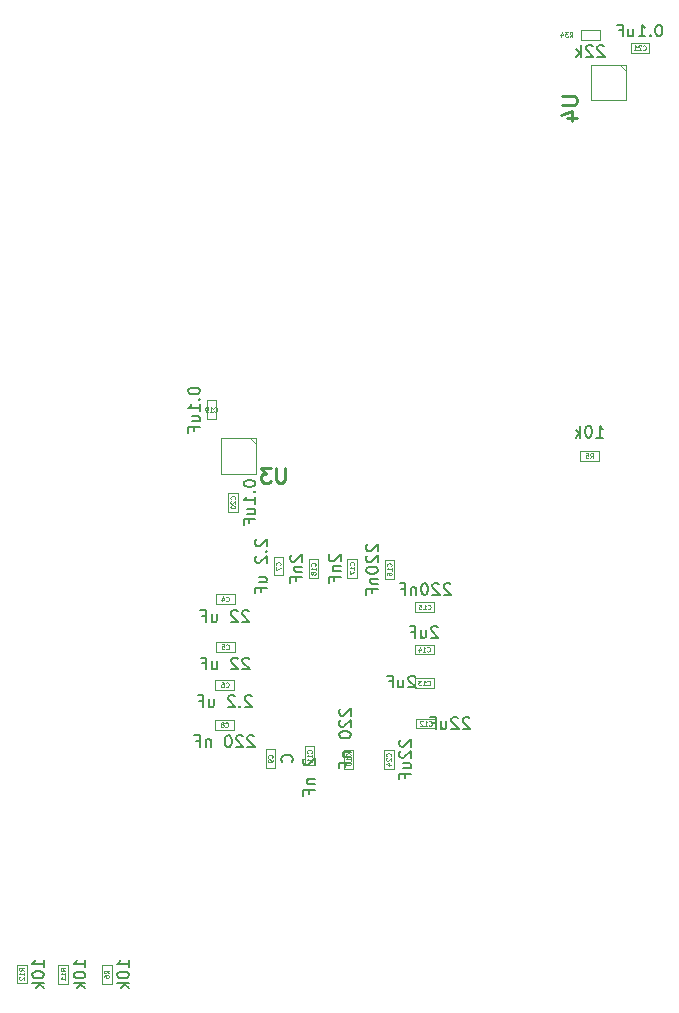
<source format=gbr>
%TF.GenerationSoftware,KiCad,Pcbnew,7.0.6-7.0.6~ubuntu20.04.1*%
%TF.CreationDate,2023-11-11T07:42:01+07:00*%
%TF.ProjectId,qpix,71706978-2e6b-4696-9361-645f70636258,rev?*%
%TF.SameCoordinates,Original*%
%TF.FileFunction,AssemblyDrawing,Bot*%
%FSLAX46Y46*%
G04 Gerber Fmt 4.6, Leading zero omitted, Abs format (unit mm)*
G04 Created by KiCad (PCBNEW 7.0.6-7.0.6~ubuntu20.04.1) date 2023-11-11 07:42:01*
%MOMM*%
%LPD*%
G01*
G04 APERTURE LIST*
%ADD10C,0.150000*%
%ADD11C,0.060000*%
%ADD12C,0.254000*%
%ADD13C,0.100000*%
G04 APERTURE END LIST*
D10*
X133233809Y-105730057D02*
X133186190Y-105682438D01*
X133186190Y-105682438D02*
X133090952Y-105634819D01*
X133090952Y-105634819D02*
X132852857Y-105634819D01*
X132852857Y-105634819D02*
X132757619Y-105682438D01*
X132757619Y-105682438D02*
X132710000Y-105730057D01*
X132710000Y-105730057D02*
X132662381Y-105825295D01*
X132662381Y-105825295D02*
X132662381Y-105920533D01*
X132662381Y-105920533D02*
X132710000Y-106063390D01*
X132710000Y-106063390D02*
X133281428Y-106634819D01*
X133281428Y-106634819D02*
X132662381Y-106634819D01*
X132281428Y-105730057D02*
X132233809Y-105682438D01*
X132233809Y-105682438D02*
X132138571Y-105634819D01*
X132138571Y-105634819D02*
X131900476Y-105634819D01*
X131900476Y-105634819D02*
X131805238Y-105682438D01*
X131805238Y-105682438D02*
X131757619Y-105730057D01*
X131757619Y-105730057D02*
X131710000Y-105825295D01*
X131710000Y-105825295D02*
X131710000Y-105920533D01*
X131710000Y-105920533D02*
X131757619Y-106063390D01*
X131757619Y-106063390D02*
X132329047Y-106634819D01*
X132329047Y-106634819D02*
X131710000Y-106634819D01*
X130090952Y-105968152D02*
X130090952Y-106634819D01*
X130519523Y-105968152D02*
X130519523Y-106491961D01*
X130519523Y-106491961D02*
X130471904Y-106587200D01*
X130471904Y-106587200D02*
X130376666Y-106634819D01*
X130376666Y-106634819D02*
X130233809Y-106634819D01*
X130233809Y-106634819D02*
X130138571Y-106587200D01*
X130138571Y-106587200D02*
X130090952Y-106539580D01*
X129281428Y-106111009D02*
X129614761Y-106111009D01*
X129614761Y-106634819D02*
X129614761Y-105634819D01*
X129614761Y-105634819D02*
X129138571Y-105634819D01*
D11*
X131276666Y-104893832D02*
X131295714Y-104912880D01*
X131295714Y-104912880D02*
X131352856Y-104931927D01*
X131352856Y-104931927D02*
X131390952Y-104931927D01*
X131390952Y-104931927D02*
X131448095Y-104912880D01*
X131448095Y-104912880D02*
X131486190Y-104874784D01*
X131486190Y-104874784D02*
X131505237Y-104836689D01*
X131505237Y-104836689D02*
X131524285Y-104760499D01*
X131524285Y-104760499D02*
X131524285Y-104703356D01*
X131524285Y-104703356D02*
X131505237Y-104627165D01*
X131505237Y-104627165D02*
X131486190Y-104589070D01*
X131486190Y-104589070D02*
X131448095Y-104550975D01*
X131448095Y-104550975D02*
X131390952Y-104531927D01*
X131390952Y-104531927D02*
X131352856Y-104531927D01*
X131352856Y-104531927D02*
X131295714Y-104550975D01*
X131295714Y-104550975D02*
X131276666Y-104570022D01*
X130914761Y-104531927D02*
X131105237Y-104531927D01*
X131105237Y-104531927D02*
X131124285Y-104722403D01*
X131124285Y-104722403D02*
X131105237Y-104703356D01*
X131105237Y-104703356D02*
X131067142Y-104684308D01*
X131067142Y-104684308D02*
X130971904Y-104684308D01*
X130971904Y-104684308D02*
X130933809Y-104703356D01*
X130933809Y-104703356D02*
X130914761Y-104722403D01*
X130914761Y-104722403D02*
X130895714Y-104760499D01*
X130895714Y-104760499D02*
X130895714Y-104855737D01*
X130895714Y-104855737D02*
X130914761Y-104893832D01*
X130914761Y-104893832D02*
X130933809Y-104912880D01*
X130933809Y-104912880D02*
X130971904Y-104931927D01*
X130971904Y-104931927D02*
X131067142Y-104931927D01*
X131067142Y-104931927D02*
X131105237Y-104912880D01*
X131105237Y-104912880D02*
X131124285Y-104893832D01*
D10*
X143230057Y-96050952D02*
X143182438Y-96098571D01*
X143182438Y-96098571D02*
X143134819Y-96193809D01*
X143134819Y-96193809D02*
X143134819Y-96431904D01*
X143134819Y-96431904D02*
X143182438Y-96527142D01*
X143182438Y-96527142D02*
X143230057Y-96574761D01*
X143230057Y-96574761D02*
X143325295Y-96622380D01*
X143325295Y-96622380D02*
X143420533Y-96622380D01*
X143420533Y-96622380D02*
X143563390Y-96574761D01*
X143563390Y-96574761D02*
X144134819Y-96003333D01*
X144134819Y-96003333D02*
X144134819Y-96622380D01*
X143230057Y-97003333D02*
X143182438Y-97050952D01*
X143182438Y-97050952D02*
X143134819Y-97146190D01*
X143134819Y-97146190D02*
X143134819Y-97384285D01*
X143134819Y-97384285D02*
X143182438Y-97479523D01*
X143182438Y-97479523D02*
X143230057Y-97527142D01*
X143230057Y-97527142D02*
X143325295Y-97574761D01*
X143325295Y-97574761D02*
X143420533Y-97574761D01*
X143420533Y-97574761D02*
X143563390Y-97527142D01*
X143563390Y-97527142D02*
X144134819Y-96955714D01*
X144134819Y-96955714D02*
X144134819Y-97574761D01*
X143134819Y-98193809D02*
X143134819Y-98289047D01*
X143134819Y-98289047D02*
X143182438Y-98384285D01*
X143182438Y-98384285D02*
X143230057Y-98431904D01*
X143230057Y-98431904D02*
X143325295Y-98479523D01*
X143325295Y-98479523D02*
X143515771Y-98527142D01*
X143515771Y-98527142D02*
X143753866Y-98527142D01*
X143753866Y-98527142D02*
X143944342Y-98479523D01*
X143944342Y-98479523D02*
X144039580Y-98431904D01*
X144039580Y-98431904D02*
X144087200Y-98384285D01*
X144087200Y-98384285D02*
X144134819Y-98289047D01*
X144134819Y-98289047D02*
X144134819Y-98193809D01*
X144134819Y-98193809D02*
X144087200Y-98098571D01*
X144087200Y-98098571D02*
X144039580Y-98050952D01*
X144039580Y-98050952D02*
X143944342Y-98003333D01*
X143944342Y-98003333D02*
X143753866Y-97955714D01*
X143753866Y-97955714D02*
X143515771Y-97955714D01*
X143515771Y-97955714D02*
X143325295Y-98003333D01*
X143325295Y-98003333D02*
X143230057Y-98050952D01*
X143230057Y-98050952D02*
X143182438Y-98098571D01*
X143182438Y-98098571D02*
X143134819Y-98193809D01*
X143468152Y-98955714D02*
X144134819Y-98955714D01*
X143563390Y-98955714D02*
X143515771Y-99003333D01*
X143515771Y-99003333D02*
X143468152Y-99098571D01*
X143468152Y-99098571D02*
X143468152Y-99241428D01*
X143468152Y-99241428D02*
X143515771Y-99336666D01*
X143515771Y-99336666D02*
X143611009Y-99384285D01*
X143611009Y-99384285D02*
X144134819Y-99384285D01*
X143611009Y-100193809D02*
X143611009Y-99860476D01*
X144134819Y-99860476D02*
X143134819Y-99860476D01*
X143134819Y-99860476D02*
X143134819Y-100336666D01*
D11*
X145253832Y-97912857D02*
X145272880Y-97893809D01*
X145272880Y-97893809D02*
X145291927Y-97836667D01*
X145291927Y-97836667D02*
X145291927Y-97798571D01*
X145291927Y-97798571D02*
X145272880Y-97741428D01*
X145272880Y-97741428D02*
X145234784Y-97703333D01*
X145234784Y-97703333D02*
X145196689Y-97684286D01*
X145196689Y-97684286D02*
X145120499Y-97665238D01*
X145120499Y-97665238D02*
X145063356Y-97665238D01*
X145063356Y-97665238D02*
X144987165Y-97684286D01*
X144987165Y-97684286D02*
X144949070Y-97703333D01*
X144949070Y-97703333D02*
X144910975Y-97741428D01*
X144910975Y-97741428D02*
X144891927Y-97798571D01*
X144891927Y-97798571D02*
X144891927Y-97836667D01*
X144891927Y-97836667D02*
X144910975Y-97893809D01*
X144910975Y-97893809D02*
X144930022Y-97912857D01*
X145291927Y-98293809D02*
X145291927Y-98065238D01*
X145291927Y-98179524D02*
X144891927Y-98179524D01*
X144891927Y-98179524D02*
X144949070Y-98141428D01*
X144949070Y-98141428D02*
X144987165Y-98103333D01*
X144987165Y-98103333D02*
X145006213Y-98065238D01*
X144891927Y-98636666D02*
X144891927Y-98560476D01*
X144891927Y-98560476D02*
X144910975Y-98522380D01*
X144910975Y-98522380D02*
X144930022Y-98503333D01*
X144930022Y-98503333D02*
X144987165Y-98465238D01*
X144987165Y-98465238D02*
X145063356Y-98446190D01*
X145063356Y-98446190D02*
X145215737Y-98446190D01*
X145215737Y-98446190D02*
X145253832Y-98465238D01*
X145253832Y-98465238D02*
X145272880Y-98484285D01*
X145272880Y-98484285D02*
X145291927Y-98522380D01*
X145291927Y-98522380D02*
X145291927Y-98598571D01*
X145291927Y-98598571D02*
X145272880Y-98636666D01*
X145272880Y-98636666D02*
X145253832Y-98655714D01*
X145253832Y-98655714D02*
X145215737Y-98674761D01*
X145215737Y-98674761D02*
X145120499Y-98674761D01*
X145120499Y-98674761D02*
X145082403Y-98655714D01*
X145082403Y-98655714D02*
X145063356Y-98636666D01*
X145063356Y-98636666D02*
X145044308Y-98598571D01*
X145044308Y-98598571D02*
X145044308Y-98522380D01*
X145044308Y-98522380D02*
X145063356Y-98484285D01*
X145063356Y-98484285D02*
X145082403Y-98465238D01*
X145082403Y-98465238D02*
X145120499Y-98446190D01*
D10*
X133201809Y-101730057D02*
X133154190Y-101682438D01*
X133154190Y-101682438D02*
X133058952Y-101634819D01*
X133058952Y-101634819D02*
X132820857Y-101634819D01*
X132820857Y-101634819D02*
X132725619Y-101682438D01*
X132725619Y-101682438D02*
X132678000Y-101730057D01*
X132678000Y-101730057D02*
X132630381Y-101825295D01*
X132630381Y-101825295D02*
X132630381Y-101920533D01*
X132630381Y-101920533D02*
X132678000Y-102063390D01*
X132678000Y-102063390D02*
X133249428Y-102634819D01*
X133249428Y-102634819D02*
X132630381Y-102634819D01*
X132249428Y-101730057D02*
X132201809Y-101682438D01*
X132201809Y-101682438D02*
X132106571Y-101634819D01*
X132106571Y-101634819D02*
X131868476Y-101634819D01*
X131868476Y-101634819D02*
X131773238Y-101682438D01*
X131773238Y-101682438D02*
X131725619Y-101730057D01*
X131725619Y-101730057D02*
X131678000Y-101825295D01*
X131678000Y-101825295D02*
X131678000Y-101920533D01*
X131678000Y-101920533D02*
X131725619Y-102063390D01*
X131725619Y-102063390D02*
X132297047Y-102634819D01*
X132297047Y-102634819D02*
X131678000Y-102634819D01*
X130058952Y-101968152D02*
X130058952Y-102634819D01*
X130487523Y-101968152D02*
X130487523Y-102491961D01*
X130487523Y-102491961D02*
X130439904Y-102587200D01*
X130439904Y-102587200D02*
X130344666Y-102634819D01*
X130344666Y-102634819D02*
X130201809Y-102634819D01*
X130201809Y-102634819D02*
X130106571Y-102587200D01*
X130106571Y-102587200D02*
X130058952Y-102539580D01*
X129249428Y-102111009D02*
X129582761Y-102111009D01*
X129582761Y-102634819D02*
X129582761Y-101634819D01*
X129582761Y-101634819D02*
X129106571Y-101634819D01*
D11*
X131264666Y-100833832D02*
X131283714Y-100852880D01*
X131283714Y-100852880D02*
X131340856Y-100871927D01*
X131340856Y-100871927D02*
X131378952Y-100871927D01*
X131378952Y-100871927D02*
X131436095Y-100852880D01*
X131436095Y-100852880D02*
X131474190Y-100814784D01*
X131474190Y-100814784D02*
X131493237Y-100776689D01*
X131493237Y-100776689D02*
X131512285Y-100700499D01*
X131512285Y-100700499D02*
X131512285Y-100643356D01*
X131512285Y-100643356D02*
X131493237Y-100567165D01*
X131493237Y-100567165D02*
X131474190Y-100529070D01*
X131474190Y-100529070D02*
X131436095Y-100490975D01*
X131436095Y-100490975D02*
X131378952Y-100471927D01*
X131378952Y-100471927D02*
X131340856Y-100471927D01*
X131340856Y-100471927D02*
X131283714Y-100490975D01*
X131283714Y-100490975D02*
X131264666Y-100510022D01*
X130921809Y-100605260D02*
X130921809Y-100871927D01*
X131017047Y-100452880D02*
X131112285Y-100738594D01*
X131112285Y-100738594D02*
X130864666Y-100738594D01*
D10*
X140070057Y-96903333D02*
X140022438Y-96950952D01*
X140022438Y-96950952D02*
X139974819Y-97046190D01*
X139974819Y-97046190D02*
X139974819Y-97284285D01*
X139974819Y-97284285D02*
X140022438Y-97379523D01*
X140022438Y-97379523D02*
X140070057Y-97427142D01*
X140070057Y-97427142D02*
X140165295Y-97474761D01*
X140165295Y-97474761D02*
X140260533Y-97474761D01*
X140260533Y-97474761D02*
X140403390Y-97427142D01*
X140403390Y-97427142D02*
X140974819Y-96855714D01*
X140974819Y-96855714D02*
X140974819Y-97474761D01*
X140308152Y-97903333D02*
X140974819Y-97903333D01*
X140403390Y-97903333D02*
X140355771Y-97950952D01*
X140355771Y-97950952D02*
X140308152Y-98046190D01*
X140308152Y-98046190D02*
X140308152Y-98189047D01*
X140308152Y-98189047D02*
X140355771Y-98284285D01*
X140355771Y-98284285D02*
X140451009Y-98331904D01*
X140451009Y-98331904D02*
X140974819Y-98331904D01*
X140451009Y-99141428D02*
X140451009Y-98808095D01*
X140974819Y-98808095D02*
X139974819Y-98808095D01*
X139974819Y-98808095D02*
X139974819Y-99284285D01*
D11*
X142093832Y-97812857D02*
X142112880Y-97793809D01*
X142112880Y-97793809D02*
X142131927Y-97736667D01*
X142131927Y-97736667D02*
X142131927Y-97698571D01*
X142131927Y-97698571D02*
X142112880Y-97641428D01*
X142112880Y-97641428D02*
X142074784Y-97603333D01*
X142074784Y-97603333D02*
X142036689Y-97584286D01*
X142036689Y-97584286D02*
X141960499Y-97565238D01*
X141960499Y-97565238D02*
X141903356Y-97565238D01*
X141903356Y-97565238D02*
X141827165Y-97584286D01*
X141827165Y-97584286D02*
X141789070Y-97603333D01*
X141789070Y-97603333D02*
X141750975Y-97641428D01*
X141750975Y-97641428D02*
X141731927Y-97698571D01*
X141731927Y-97698571D02*
X141731927Y-97736667D01*
X141731927Y-97736667D02*
X141750975Y-97793809D01*
X141750975Y-97793809D02*
X141770022Y-97812857D01*
X142131927Y-98193809D02*
X142131927Y-97965238D01*
X142131927Y-98079524D02*
X141731927Y-98079524D01*
X141731927Y-98079524D02*
X141789070Y-98041428D01*
X141789070Y-98041428D02*
X141827165Y-98003333D01*
X141827165Y-98003333D02*
X141846213Y-97965238D01*
X141731927Y-98327142D02*
X141731927Y-98593809D01*
X141731927Y-98593809D02*
X142131927Y-98422380D01*
D10*
X151874856Y-110780057D02*
X151827237Y-110732438D01*
X151827237Y-110732438D02*
X151731999Y-110684819D01*
X151731999Y-110684819D02*
X151493904Y-110684819D01*
X151493904Y-110684819D02*
X151398666Y-110732438D01*
X151398666Y-110732438D02*
X151351047Y-110780057D01*
X151351047Y-110780057D02*
X151303428Y-110875295D01*
X151303428Y-110875295D02*
X151303428Y-110970533D01*
X151303428Y-110970533D02*
X151351047Y-111113390D01*
X151351047Y-111113390D02*
X151922475Y-111684819D01*
X151922475Y-111684819D02*
X151303428Y-111684819D01*
X150922475Y-110780057D02*
X150874856Y-110732438D01*
X150874856Y-110732438D02*
X150779618Y-110684819D01*
X150779618Y-110684819D02*
X150541523Y-110684819D01*
X150541523Y-110684819D02*
X150446285Y-110732438D01*
X150446285Y-110732438D02*
X150398666Y-110780057D01*
X150398666Y-110780057D02*
X150351047Y-110875295D01*
X150351047Y-110875295D02*
X150351047Y-110970533D01*
X150351047Y-110970533D02*
X150398666Y-111113390D01*
X150398666Y-111113390D02*
X150970094Y-111684819D01*
X150970094Y-111684819D02*
X150351047Y-111684819D01*
X149493904Y-111018152D02*
X149493904Y-111684819D01*
X149922475Y-111018152D02*
X149922475Y-111541961D01*
X149922475Y-111541961D02*
X149874856Y-111637200D01*
X149874856Y-111637200D02*
X149779618Y-111684819D01*
X149779618Y-111684819D02*
X149636761Y-111684819D01*
X149636761Y-111684819D02*
X149541523Y-111637200D01*
X149541523Y-111637200D02*
X149493904Y-111589580D01*
X148684380Y-111161009D02*
X149017713Y-111161009D01*
X149017713Y-111684819D02*
X149017713Y-110684819D01*
X149017713Y-110684819D02*
X148541523Y-110684819D01*
D11*
X148457142Y-111373832D02*
X148476190Y-111392880D01*
X148476190Y-111392880D02*
X148533332Y-111411927D01*
X148533332Y-111411927D02*
X148571428Y-111411927D01*
X148571428Y-111411927D02*
X148628571Y-111392880D01*
X148628571Y-111392880D02*
X148666666Y-111354784D01*
X148666666Y-111354784D02*
X148685713Y-111316689D01*
X148685713Y-111316689D02*
X148704761Y-111240499D01*
X148704761Y-111240499D02*
X148704761Y-111183356D01*
X148704761Y-111183356D02*
X148685713Y-111107165D01*
X148685713Y-111107165D02*
X148666666Y-111069070D01*
X148666666Y-111069070D02*
X148628571Y-111030975D01*
X148628571Y-111030975D02*
X148571428Y-111011927D01*
X148571428Y-111011927D02*
X148533332Y-111011927D01*
X148533332Y-111011927D02*
X148476190Y-111030975D01*
X148476190Y-111030975D02*
X148457142Y-111050022D01*
X148076190Y-111411927D02*
X148304761Y-111411927D01*
X148190475Y-111411927D02*
X148190475Y-111011927D01*
X148190475Y-111011927D02*
X148228571Y-111069070D01*
X148228571Y-111069070D02*
X148266666Y-111107165D01*
X148266666Y-111107165D02*
X148304761Y-111126213D01*
X147923809Y-111050022D02*
X147904761Y-111030975D01*
X147904761Y-111030975D02*
X147866666Y-111011927D01*
X147866666Y-111011927D02*
X147771428Y-111011927D01*
X147771428Y-111011927D02*
X147733333Y-111030975D01*
X147733333Y-111030975D02*
X147714285Y-111050022D01*
X147714285Y-111050022D02*
X147695238Y-111088118D01*
X147695238Y-111088118D02*
X147695238Y-111126213D01*
X147695238Y-111126213D02*
X147714285Y-111183356D01*
X147714285Y-111183356D02*
X147942857Y-111411927D01*
X147942857Y-111411927D02*
X147695238Y-111411927D01*
D10*
X136800057Y-96953333D02*
X136752438Y-97000952D01*
X136752438Y-97000952D02*
X136704819Y-97096190D01*
X136704819Y-97096190D02*
X136704819Y-97334285D01*
X136704819Y-97334285D02*
X136752438Y-97429523D01*
X136752438Y-97429523D02*
X136800057Y-97477142D01*
X136800057Y-97477142D02*
X136895295Y-97524761D01*
X136895295Y-97524761D02*
X136990533Y-97524761D01*
X136990533Y-97524761D02*
X137133390Y-97477142D01*
X137133390Y-97477142D02*
X137704819Y-96905714D01*
X137704819Y-96905714D02*
X137704819Y-97524761D01*
X137038152Y-97953333D02*
X137704819Y-97953333D01*
X137133390Y-97953333D02*
X137085771Y-98000952D01*
X137085771Y-98000952D02*
X137038152Y-98096190D01*
X137038152Y-98096190D02*
X137038152Y-98239047D01*
X137038152Y-98239047D02*
X137085771Y-98334285D01*
X137085771Y-98334285D02*
X137181009Y-98381904D01*
X137181009Y-98381904D02*
X137704819Y-98381904D01*
X137181009Y-99191428D02*
X137181009Y-98858095D01*
X137704819Y-98858095D02*
X136704819Y-98858095D01*
X136704819Y-98858095D02*
X136704819Y-99334285D01*
D11*
X138823832Y-97862857D02*
X138842880Y-97843809D01*
X138842880Y-97843809D02*
X138861927Y-97786667D01*
X138861927Y-97786667D02*
X138861927Y-97748571D01*
X138861927Y-97748571D02*
X138842880Y-97691428D01*
X138842880Y-97691428D02*
X138804784Y-97653333D01*
X138804784Y-97653333D02*
X138766689Y-97634286D01*
X138766689Y-97634286D02*
X138690499Y-97615238D01*
X138690499Y-97615238D02*
X138633356Y-97615238D01*
X138633356Y-97615238D02*
X138557165Y-97634286D01*
X138557165Y-97634286D02*
X138519070Y-97653333D01*
X138519070Y-97653333D02*
X138480975Y-97691428D01*
X138480975Y-97691428D02*
X138461927Y-97748571D01*
X138461927Y-97748571D02*
X138461927Y-97786667D01*
X138461927Y-97786667D02*
X138480975Y-97843809D01*
X138480975Y-97843809D02*
X138500022Y-97862857D01*
X138861927Y-98243809D02*
X138861927Y-98015238D01*
X138861927Y-98129524D02*
X138461927Y-98129524D01*
X138461927Y-98129524D02*
X138519070Y-98091428D01*
X138519070Y-98091428D02*
X138557165Y-98053333D01*
X138557165Y-98053333D02*
X138576213Y-98015238D01*
X138633356Y-98472380D02*
X138614308Y-98434285D01*
X138614308Y-98434285D02*
X138595260Y-98415238D01*
X138595260Y-98415238D02*
X138557165Y-98396190D01*
X138557165Y-98396190D02*
X138538118Y-98396190D01*
X138538118Y-98396190D02*
X138500022Y-98415238D01*
X138500022Y-98415238D02*
X138480975Y-98434285D01*
X138480975Y-98434285D02*
X138461927Y-98472380D01*
X138461927Y-98472380D02*
X138461927Y-98548571D01*
X138461927Y-98548571D02*
X138480975Y-98586666D01*
X138480975Y-98586666D02*
X138500022Y-98605714D01*
X138500022Y-98605714D02*
X138538118Y-98624761D01*
X138538118Y-98624761D02*
X138557165Y-98624761D01*
X138557165Y-98624761D02*
X138595260Y-98605714D01*
X138595260Y-98605714D02*
X138614308Y-98586666D01*
X138614308Y-98586666D02*
X138633356Y-98548571D01*
X138633356Y-98548571D02*
X138633356Y-98472380D01*
X138633356Y-98472380D02*
X138652403Y-98434285D01*
X138652403Y-98434285D02*
X138671451Y-98415238D01*
X138671451Y-98415238D02*
X138709546Y-98396190D01*
X138709546Y-98396190D02*
X138785737Y-98396190D01*
X138785737Y-98396190D02*
X138823832Y-98415238D01*
X138823832Y-98415238D02*
X138842880Y-98434285D01*
X138842880Y-98434285D02*
X138861927Y-98472380D01*
X138861927Y-98472380D02*
X138861927Y-98548571D01*
X138861927Y-98548571D02*
X138842880Y-98586666D01*
X138842880Y-98586666D02*
X138823832Y-98605714D01*
X138823832Y-98605714D02*
X138785737Y-98624761D01*
X138785737Y-98624761D02*
X138709546Y-98624761D01*
X138709546Y-98624761D02*
X138671451Y-98605714D01*
X138671451Y-98605714D02*
X138652403Y-98586666D01*
X138652403Y-98586666D02*
X138633356Y-98548571D01*
D10*
X132754819Y-90842143D02*
X132754819Y-90937381D01*
X132754819Y-90937381D02*
X132802438Y-91032619D01*
X132802438Y-91032619D02*
X132850057Y-91080238D01*
X132850057Y-91080238D02*
X132945295Y-91127857D01*
X132945295Y-91127857D02*
X133135771Y-91175476D01*
X133135771Y-91175476D02*
X133373866Y-91175476D01*
X133373866Y-91175476D02*
X133564342Y-91127857D01*
X133564342Y-91127857D02*
X133659580Y-91080238D01*
X133659580Y-91080238D02*
X133707200Y-91032619D01*
X133707200Y-91032619D02*
X133754819Y-90937381D01*
X133754819Y-90937381D02*
X133754819Y-90842143D01*
X133754819Y-90842143D02*
X133707200Y-90746905D01*
X133707200Y-90746905D02*
X133659580Y-90699286D01*
X133659580Y-90699286D02*
X133564342Y-90651667D01*
X133564342Y-90651667D02*
X133373866Y-90604048D01*
X133373866Y-90604048D02*
X133135771Y-90604048D01*
X133135771Y-90604048D02*
X132945295Y-90651667D01*
X132945295Y-90651667D02*
X132850057Y-90699286D01*
X132850057Y-90699286D02*
X132802438Y-90746905D01*
X132802438Y-90746905D02*
X132754819Y-90842143D01*
X133659580Y-91604048D02*
X133707200Y-91651667D01*
X133707200Y-91651667D02*
X133754819Y-91604048D01*
X133754819Y-91604048D02*
X133707200Y-91556429D01*
X133707200Y-91556429D02*
X133659580Y-91604048D01*
X133659580Y-91604048D02*
X133754819Y-91604048D01*
X133754819Y-92604047D02*
X133754819Y-92032619D01*
X133754819Y-92318333D02*
X132754819Y-92318333D01*
X132754819Y-92318333D02*
X132897676Y-92223095D01*
X132897676Y-92223095D02*
X132992914Y-92127857D01*
X132992914Y-92127857D02*
X133040533Y-92032619D01*
X133088152Y-93461190D02*
X133754819Y-93461190D01*
X133088152Y-93032619D02*
X133611961Y-93032619D01*
X133611961Y-93032619D02*
X133707200Y-93080238D01*
X133707200Y-93080238D02*
X133754819Y-93175476D01*
X133754819Y-93175476D02*
X133754819Y-93318333D01*
X133754819Y-93318333D02*
X133707200Y-93413571D01*
X133707200Y-93413571D02*
X133659580Y-93461190D01*
X133231009Y-94270714D02*
X133231009Y-93937381D01*
X133754819Y-93937381D02*
X132754819Y-93937381D01*
X132754819Y-93937381D02*
X132754819Y-94413571D01*
D11*
X132013832Y-92227857D02*
X132032880Y-92208809D01*
X132032880Y-92208809D02*
X132051927Y-92151667D01*
X132051927Y-92151667D02*
X132051927Y-92113571D01*
X132051927Y-92113571D02*
X132032880Y-92056428D01*
X132032880Y-92056428D02*
X131994784Y-92018333D01*
X131994784Y-92018333D02*
X131956689Y-91999286D01*
X131956689Y-91999286D02*
X131880499Y-91980238D01*
X131880499Y-91980238D02*
X131823356Y-91980238D01*
X131823356Y-91980238D02*
X131747165Y-91999286D01*
X131747165Y-91999286D02*
X131709070Y-92018333D01*
X131709070Y-92018333D02*
X131670975Y-92056428D01*
X131670975Y-92056428D02*
X131651927Y-92113571D01*
X131651927Y-92113571D02*
X131651927Y-92151667D01*
X131651927Y-92151667D02*
X131670975Y-92208809D01*
X131670975Y-92208809D02*
X131690022Y-92227857D01*
X131690022Y-92380238D02*
X131670975Y-92399286D01*
X131670975Y-92399286D02*
X131651927Y-92437381D01*
X131651927Y-92437381D02*
X131651927Y-92532619D01*
X131651927Y-92532619D02*
X131670975Y-92570714D01*
X131670975Y-92570714D02*
X131690022Y-92589762D01*
X131690022Y-92589762D02*
X131728118Y-92608809D01*
X131728118Y-92608809D02*
X131766213Y-92608809D01*
X131766213Y-92608809D02*
X131823356Y-92589762D01*
X131823356Y-92589762D02*
X132051927Y-92361190D01*
X132051927Y-92361190D02*
X132051927Y-92608809D01*
X131651927Y-92856428D02*
X131651927Y-92894523D01*
X131651927Y-92894523D02*
X131670975Y-92932619D01*
X131670975Y-92932619D02*
X131690022Y-92951666D01*
X131690022Y-92951666D02*
X131728118Y-92970714D01*
X131728118Y-92970714D02*
X131804308Y-92989761D01*
X131804308Y-92989761D02*
X131899546Y-92989761D01*
X131899546Y-92989761D02*
X131975737Y-92970714D01*
X131975737Y-92970714D02*
X132013832Y-92951666D01*
X132013832Y-92951666D02*
X132032880Y-92932619D01*
X132032880Y-92932619D02*
X132051927Y-92894523D01*
X132051927Y-92894523D02*
X132051927Y-92856428D01*
X132051927Y-92856428D02*
X132032880Y-92818333D01*
X132032880Y-92818333D02*
X132013832Y-92799285D01*
X132013832Y-92799285D02*
X131975737Y-92780238D01*
X131975737Y-92780238D02*
X131899546Y-92761190D01*
X131899546Y-92761190D02*
X131804308Y-92761190D01*
X131804308Y-92761190D02*
X131728118Y-92780238D01*
X131728118Y-92780238D02*
X131690022Y-92799285D01*
X131690022Y-92799285D02*
X131670975Y-92818333D01*
X131670975Y-92818333D02*
X131651927Y-92856428D01*
D10*
X140946057Y-109982000D02*
X140898438Y-110029619D01*
X140898438Y-110029619D02*
X140850819Y-110124857D01*
X140850819Y-110124857D02*
X140850819Y-110362952D01*
X140850819Y-110362952D02*
X140898438Y-110458190D01*
X140898438Y-110458190D02*
X140946057Y-110505809D01*
X140946057Y-110505809D02*
X141041295Y-110553428D01*
X141041295Y-110553428D02*
X141136533Y-110553428D01*
X141136533Y-110553428D02*
X141279390Y-110505809D01*
X141279390Y-110505809D02*
X141850819Y-109934381D01*
X141850819Y-109934381D02*
X141850819Y-110553428D01*
X140946057Y-110934381D02*
X140898438Y-110982000D01*
X140898438Y-110982000D02*
X140850819Y-111077238D01*
X140850819Y-111077238D02*
X140850819Y-111315333D01*
X140850819Y-111315333D02*
X140898438Y-111410571D01*
X140898438Y-111410571D02*
X140946057Y-111458190D01*
X140946057Y-111458190D02*
X141041295Y-111505809D01*
X141041295Y-111505809D02*
X141136533Y-111505809D01*
X141136533Y-111505809D02*
X141279390Y-111458190D01*
X141279390Y-111458190D02*
X141850819Y-110886762D01*
X141850819Y-110886762D02*
X141850819Y-111505809D01*
X140850819Y-112124857D02*
X140850819Y-112220095D01*
X140850819Y-112220095D02*
X140898438Y-112315333D01*
X140898438Y-112315333D02*
X140946057Y-112362952D01*
X140946057Y-112362952D02*
X141041295Y-112410571D01*
X141041295Y-112410571D02*
X141231771Y-112458190D01*
X141231771Y-112458190D02*
X141469866Y-112458190D01*
X141469866Y-112458190D02*
X141660342Y-112410571D01*
X141660342Y-112410571D02*
X141755580Y-112362952D01*
X141755580Y-112362952D02*
X141803200Y-112315333D01*
X141803200Y-112315333D02*
X141850819Y-112220095D01*
X141850819Y-112220095D02*
X141850819Y-112124857D01*
X141850819Y-112124857D02*
X141803200Y-112029619D01*
X141803200Y-112029619D02*
X141755580Y-111982000D01*
X141755580Y-111982000D02*
X141660342Y-111934381D01*
X141660342Y-111934381D02*
X141469866Y-111886762D01*
X141469866Y-111886762D02*
X141231771Y-111886762D01*
X141231771Y-111886762D02*
X141041295Y-111934381D01*
X141041295Y-111934381D02*
X140946057Y-111982000D01*
X140946057Y-111982000D02*
X140898438Y-112029619D01*
X140898438Y-112029619D02*
X140850819Y-112124857D01*
X141184152Y-113648667D02*
X141850819Y-113648667D01*
X141279390Y-113648667D02*
X141231771Y-113696286D01*
X141231771Y-113696286D02*
X141184152Y-113791524D01*
X141184152Y-113791524D02*
X141184152Y-113934381D01*
X141184152Y-113934381D02*
X141231771Y-114029619D01*
X141231771Y-114029619D02*
X141327009Y-114077238D01*
X141327009Y-114077238D02*
X141850819Y-114077238D01*
X141327009Y-114886762D02*
X141327009Y-114553429D01*
X141850819Y-114553429D02*
X140850819Y-114553429D01*
X140850819Y-114553429D02*
X140850819Y-115029619D01*
D11*
X141793832Y-114002857D02*
X141812880Y-113983809D01*
X141812880Y-113983809D02*
X141831927Y-113926667D01*
X141831927Y-113926667D02*
X141831927Y-113888571D01*
X141831927Y-113888571D02*
X141812880Y-113831428D01*
X141812880Y-113831428D02*
X141774784Y-113793333D01*
X141774784Y-113793333D02*
X141736689Y-113774286D01*
X141736689Y-113774286D02*
X141660499Y-113755238D01*
X141660499Y-113755238D02*
X141603356Y-113755238D01*
X141603356Y-113755238D02*
X141527165Y-113774286D01*
X141527165Y-113774286D02*
X141489070Y-113793333D01*
X141489070Y-113793333D02*
X141450975Y-113831428D01*
X141450975Y-113831428D02*
X141431927Y-113888571D01*
X141431927Y-113888571D02*
X141431927Y-113926667D01*
X141431927Y-113926667D02*
X141450975Y-113983809D01*
X141450975Y-113983809D02*
X141470022Y-114002857D01*
X141831927Y-114383809D02*
X141831927Y-114155238D01*
X141831927Y-114269524D02*
X141431927Y-114269524D01*
X141431927Y-114269524D02*
X141489070Y-114231428D01*
X141489070Y-114231428D02*
X141527165Y-114193333D01*
X141527165Y-114193333D02*
X141546213Y-114155238D01*
X141431927Y-114631428D02*
X141431927Y-114669523D01*
X141431927Y-114669523D02*
X141450975Y-114707619D01*
X141450975Y-114707619D02*
X141470022Y-114726666D01*
X141470022Y-114726666D02*
X141508118Y-114745714D01*
X141508118Y-114745714D02*
X141584308Y-114764761D01*
X141584308Y-114764761D02*
X141679546Y-114764761D01*
X141679546Y-114764761D02*
X141755737Y-114745714D01*
X141755737Y-114745714D02*
X141793832Y-114726666D01*
X141793832Y-114726666D02*
X141812880Y-114707619D01*
X141812880Y-114707619D02*
X141831927Y-114669523D01*
X141831927Y-114669523D02*
X141831927Y-114631428D01*
X141831927Y-114631428D02*
X141812880Y-114593333D01*
X141812880Y-114593333D02*
X141793832Y-114574285D01*
X141793832Y-114574285D02*
X141755737Y-114555238D01*
X141755737Y-114555238D02*
X141679546Y-114536190D01*
X141679546Y-114536190D02*
X141584308Y-114536190D01*
X141584308Y-114536190D02*
X141508118Y-114555238D01*
X141508118Y-114555238D02*
X141470022Y-114574285D01*
X141470022Y-114574285D02*
X141450975Y-114593333D01*
X141450975Y-114593333D02*
X141431927Y-114631428D01*
D12*
X159734318Y-58122380D02*
X160762413Y-58122380D01*
X160762413Y-58122380D02*
X160883365Y-58182857D01*
X160883365Y-58182857D02*
X160943842Y-58243333D01*
X160943842Y-58243333D02*
X161004318Y-58364285D01*
X161004318Y-58364285D02*
X161004318Y-58606190D01*
X161004318Y-58606190D02*
X160943842Y-58727142D01*
X160943842Y-58727142D02*
X160883365Y-58787619D01*
X160883365Y-58787619D02*
X160762413Y-58848095D01*
X160762413Y-58848095D02*
X159734318Y-58848095D01*
X160157651Y-59997142D02*
X161004318Y-59997142D01*
X159673842Y-59694761D02*
X160580984Y-59392380D01*
X160580984Y-59392380D02*
X160580984Y-60178571D01*
D10*
X115854819Y-131831761D02*
X115854819Y-131260333D01*
X115854819Y-131546047D02*
X114854819Y-131546047D01*
X114854819Y-131546047D02*
X114997676Y-131450809D01*
X114997676Y-131450809D02*
X115092914Y-131355571D01*
X115092914Y-131355571D02*
X115140533Y-131260333D01*
X114854819Y-132450809D02*
X114854819Y-132546047D01*
X114854819Y-132546047D02*
X114902438Y-132641285D01*
X114902438Y-132641285D02*
X114950057Y-132688904D01*
X114950057Y-132688904D02*
X115045295Y-132736523D01*
X115045295Y-132736523D02*
X115235771Y-132784142D01*
X115235771Y-132784142D02*
X115473866Y-132784142D01*
X115473866Y-132784142D02*
X115664342Y-132736523D01*
X115664342Y-132736523D02*
X115759580Y-132688904D01*
X115759580Y-132688904D02*
X115807200Y-132641285D01*
X115807200Y-132641285D02*
X115854819Y-132546047D01*
X115854819Y-132546047D02*
X115854819Y-132450809D01*
X115854819Y-132450809D02*
X115807200Y-132355571D01*
X115807200Y-132355571D02*
X115759580Y-132307952D01*
X115759580Y-132307952D02*
X115664342Y-132260333D01*
X115664342Y-132260333D02*
X115473866Y-132212714D01*
X115473866Y-132212714D02*
X115235771Y-132212714D01*
X115235771Y-132212714D02*
X115045295Y-132260333D01*
X115045295Y-132260333D02*
X114950057Y-132307952D01*
X114950057Y-132307952D02*
X114902438Y-132355571D01*
X114902438Y-132355571D02*
X114854819Y-132450809D01*
X115854819Y-133212714D02*
X114854819Y-133212714D01*
X115473866Y-133307952D02*
X115854819Y-133593666D01*
X115188152Y-133593666D02*
X115569104Y-133212714D01*
D11*
X114151927Y-132169857D02*
X113961451Y-132036524D01*
X114151927Y-131941286D02*
X113751927Y-131941286D01*
X113751927Y-131941286D02*
X113751927Y-132093667D01*
X113751927Y-132093667D02*
X113770975Y-132131762D01*
X113770975Y-132131762D02*
X113790022Y-132150809D01*
X113790022Y-132150809D02*
X113828118Y-132169857D01*
X113828118Y-132169857D02*
X113885260Y-132169857D01*
X113885260Y-132169857D02*
X113923356Y-132150809D01*
X113923356Y-132150809D02*
X113942403Y-132131762D01*
X113942403Y-132131762D02*
X113961451Y-132093667D01*
X113961451Y-132093667D02*
X113961451Y-131941286D01*
X114151927Y-132550809D02*
X114151927Y-132322238D01*
X114151927Y-132436524D02*
X113751927Y-132436524D01*
X113751927Y-132436524D02*
X113809070Y-132398428D01*
X113809070Y-132398428D02*
X113847165Y-132360333D01*
X113847165Y-132360333D02*
X113866213Y-132322238D01*
X113790022Y-132703190D02*
X113770975Y-132722238D01*
X113770975Y-132722238D02*
X113751927Y-132760333D01*
X113751927Y-132760333D02*
X113751927Y-132855571D01*
X113751927Y-132855571D02*
X113770975Y-132893666D01*
X113770975Y-132893666D02*
X113790022Y-132912714D01*
X113790022Y-132912714D02*
X113828118Y-132931761D01*
X113828118Y-132931761D02*
X113866213Y-132931761D01*
X113866213Y-132931761D02*
X113923356Y-132912714D01*
X113923356Y-132912714D02*
X114151927Y-132684142D01*
X114151927Y-132684142D02*
X114151927Y-132931761D01*
D10*
X123054819Y-131842761D02*
X123054819Y-131271333D01*
X123054819Y-131557047D02*
X122054819Y-131557047D01*
X122054819Y-131557047D02*
X122197676Y-131461809D01*
X122197676Y-131461809D02*
X122292914Y-131366571D01*
X122292914Y-131366571D02*
X122340533Y-131271333D01*
X122054819Y-132461809D02*
X122054819Y-132557047D01*
X122054819Y-132557047D02*
X122102438Y-132652285D01*
X122102438Y-132652285D02*
X122150057Y-132699904D01*
X122150057Y-132699904D02*
X122245295Y-132747523D01*
X122245295Y-132747523D02*
X122435771Y-132795142D01*
X122435771Y-132795142D02*
X122673866Y-132795142D01*
X122673866Y-132795142D02*
X122864342Y-132747523D01*
X122864342Y-132747523D02*
X122959580Y-132699904D01*
X122959580Y-132699904D02*
X123007200Y-132652285D01*
X123007200Y-132652285D02*
X123054819Y-132557047D01*
X123054819Y-132557047D02*
X123054819Y-132461809D01*
X123054819Y-132461809D02*
X123007200Y-132366571D01*
X123007200Y-132366571D02*
X122959580Y-132318952D01*
X122959580Y-132318952D02*
X122864342Y-132271333D01*
X122864342Y-132271333D02*
X122673866Y-132223714D01*
X122673866Y-132223714D02*
X122435771Y-132223714D01*
X122435771Y-132223714D02*
X122245295Y-132271333D01*
X122245295Y-132271333D02*
X122150057Y-132318952D01*
X122150057Y-132318952D02*
X122102438Y-132366571D01*
X122102438Y-132366571D02*
X122054819Y-132461809D01*
X123054819Y-133223714D02*
X122054819Y-133223714D01*
X122673866Y-133318952D02*
X123054819Y-133604666D01*
X122388152Y-133604666D02*
X122769104Y-133223714D01*
D11*
X121351927Y-132371333D02*
X121161451Y-132238000D01*
X121351927Y-132142762D02*
X120951927Y-132142762D01*
X120951927Y-132142762D02*
X120951927Y-132295143D01*
X120951927Y-132295143D02*
X120970975Y-132333238D01*
X120970975Y-132333238D02*
X120990022Y-132352285D01*
X120990022Y-132352285D02*
X121028118Y-132371333D01*
X121028118Y-132371333D02*
X121085260Y-132371333D01*
X121085260Y-132371333D02*
X121123356Y-132352285D01*
X121123356Y-132352285D02*
X121142403Y-132333238D01*
X121142403Y-132333238D02*
X121161451Y-132295143D01*
X121161451Y-132295143D02*
X121161451Y-132142762D01*
X120951927Y-132714190D02*
X120951927Y-132638000D01*
X120951927Y-132638000D02*
X120970975Y-132599904D01*
X120970975Y-132599904D02*
X120990022Y-132580857D01*
X120990022Y-132580857D02*
X121047165Y-132542762D01*
X121047165Y-132542762D02*
X121123356Y-132523714D01*
X121123356Y-132523714D02*
X121275737Y-132523714D01*
X121275737Y-132523714D02*
X121313832Y-132542762D01*
X121313832Y-132542762D02*
X121332880Y-132561809D01*
X121332880Y-132561809D02*
X121351927Y-132599904D01*
X121351927Y-132599904D02*
X121351927Y-132676095D01*
X121351927Y-132676095D02*
X121332880Y-132714190D01*
X121332880Y-132714190D02*
X121313832Y-132733238D01*
X121313832Y-132733238D02*
X121275737Y-132752285D01*
X121275737Y-132752285D02*
X121180499Y-132752285D01*
X121180499Y-132752285D02*
X121142403Y-132733238D01*
X121142403Y-132733238D02*
X121123356Y-132714190D01*
X121123356Y-132714190D02*
X121104308Y-132676095D01*
X121104308Y-132676095D02*
X121104308Y-132599904D01*
X121104308Y-132599904D02*
X121123356Y-132561809D01*
X121123356Y-132561809D02*
X121142403Y-132542762D01*
X121142403Y-132542762D02*
X121180499Y-132523714D01*
D10*
X133647999Y-112320057D02*
X133600380Y-112272438D01*
X133600380Y-112272438D02*
X133505142Y-112224819D01*
X133505142Y-112224819D02*
X133267047Y-112224819D01*
X133267047Y-112224819D02*
X133171809Y-112272438D01*
X133171809Y-112272438D02*
X133124190Y-112320057D01*
X133124190Y-112320057D02*
X133076571Y-112415295D01*
X133076571Y-112415295D02*
X133076571Y-112510533D01*
X133076571Y-112510533D02*
X133124190Y-112653390D01*
X133124190Y-112653390D02*
X133695618Y-113224819D01*
X133695618Y-113224819D02*
X133076571Y-113224819D01*
X132695618Y-112320057D02*
X132647999Y-112272438D01*
X132647999Y-112272438D02*
X132552761Y-112224819D01*
X132552761Y-112224819D02*
X132314666Y-112224819D01*
X132314666Y-112224819D02*
X132219428Y-112272438D01*
X132219428Y-112272438D02*
X132171809Y-112320057D01*
X132171809Y-112320057D02*
X132124190Y-112415295D01*
X132124190Y-112415295D02*
X132124190Y-112510533D01*
X132124190Y-112510533D02*
X132171809Y-112653390D01*
X132171809Y-112653390D02*
X132743237Y-113224819D01*
X132743237Y-113224819D02*
X132124190Y-113224819D01*
X131505142Y-112224819D02*
X131409904Y-112224819D01*
X131409904Y-112224819D02*
X131314666Y-112272438D01*
X131314666Y-112272438D02*
X131267047Y-112320057D01*
X131267047Y-112320057D02*
X131219428Y-112415295D01*
X131219428Y-112415295D02*
X131171809Y-112605771D01*
X131171809Y-112605771D02*
X131171809Y-112843866D01*
X131171809Y-112843866D02*
X131219428Y-113034342D01*
X131219428Y-113034342D02*
X131267047Y-113129580D01*
X131267047Y-113129580D02*
X131314666Y-113177200D01*
X131314666Y-113177200D02*
X131409904Y-113224819D01*
X131409904Y-113224819D02*
X131505142Y-113224819D01*
X131505142Y-113224819D02*
X131600380Y-113177200D01*
X131600380Y-113177200D02*
X131647999Y-113129580D01*
X131647999Y-113129580D02*
X131695618Y-113034342D01*
X131695618Y-113034342D02*
X131743237Y-112843866D01*
X131743237Y-112843866D02*
X131743237Y-112605771D01*
X131743237Y-112605771D02*
X131695618Y-112415295D01*
X131695618Y-112415295D02*
X131647999Y-112320057D01*
X131647999Y-112320057D02*
X131600380Y-112272438D01*
X131600380Y-112272438D02*
X131505142Y-112224819D01*
X129981332Y-112558152D02*
X129981332Y-113224819D01*
X129981332Y-112653390D02*
X129933713Y-112605771D01*
X129933713Y-112605771D02*
X129838475Y-112558152D01*
X129838475Y-112558152D02*
X129695618Y-112558152D01*
X129695618Y-112558152D02*
X129600380Y-112605771D01*
X129600380Y-112605771D02*
X129552761Y-112701009D01*
X129552761Y-112701009D02*
X129552761Y-113224819D01*
X128743237Y-112701009D02*
X129076570Y-112701009D01*
X129076570Y-113224819D02*
X129076570Y-112224819D01*
X129076570Y-112224819D02*
X128600380Y-112224819D01*
D11*
X131214666Y-111483832D02*
X131233714Y-111502880D01*
X131233714Y-111502880D02*
X131290856Y-111521927D01*
X131290856Y-111521927D02*
X131328952Y-111521927D01*
X131328952Y-111521927D02*
X131386095Y-111502880D01*
X131386095Y-111502880D02*
X131424190Y-111464784D01*
X131424190Y-111464784D02*
X131443237Y-111426689D01*
X131443237Y-111426689D02*
X131462285Y-111350499D01*
X131462285Y-111350499D02*
X131462285Y-111293356D01*
X131462285Y-111293356D02*
X131443237Y-111217165D01*
X131443237Y-111217165D02*
X131424190Y-111179070D01*
X131424190Y-111179070D02*
X131386095Y-111140975D01*
X131386095Y-111140975D02*
X131328952Y-111121927D01*
X131328952Y-111121927D02*
X131290856Y-111121927D01*
X131290856Y-111121927D02*
X131233714Y-111140975D01*
X131233714Y-111140975D02*
X131214666Y-111160022D01*
X130986095Y-111293356D02*
X131024190Y-111274308D01*
X131024190Y-111274308D02*
X131043237Y-111255260D01*
X131043237Y-111255260D02*
X131062285Y-111217165D01*
X131062285Y-111217165D02*
X131062285Y-111198118D01*
X131062285Y-111198118D02*
X131043237Y-111160022D01*
X131043237Y-111160022D02*
X131024190Y-111140975D01*
X131024190Y-111140975D02*
X130986095Y-111121927D01*
X130986095Y-111121927D02*
X130909904Y-111121927D01*
X130909904Y-111121927D02*
X130871809Y-111140975D01*
X130871809Y-111140975D02*
X130852761Y-111160022D01*
X130852761Y-111160022D02*
X130833714Y-111198118D01*
X130833714Y-111198118D02*
X130833714Y-111217165D01*
X130833714Y-111217165D02*
X130852761Y-111255260D01*
X130852761Y-111255260D02*
X130871809Y-111274308D01*
X130871809Y-111274308D02*
X130909904Y-111293356D01*
X130909904Y-111293356D02*
X130986095Y-111293356D01*
X130986095Y-111293356D02*
X131024190Y-111312403D01*
X131024190Y-111312403D02*
X131043237Y-111331451D01*
X131043237Y-111331451D02*
X131062285Y-111369546D01*
X131062285Y-111369546D02*
X131062285Y-111445737D01*
X131062285Y-111445737D02*
X131043237Y-111483832D01*
X131043237Y-111483832D02*
X131024190Y-111502880D01*
X131024190Y-111502880D02*
X130986095Y-111521927D01*
X130986095Y-111521927D02*
X130909904Y-111521927D01*
X130909904Y-111521927D02*
X130871809Y-111502880D01*
X130871809Y-111502880D02*
X130852761Y-111483832D01*
X130852761Y-111483832D02*
X130833714Y-111445737D01*
X130833714Y-111445737D02*
X130833714Y-111369546D01*
X130833714Y-111369546D02*
X130852761Y-111331451D01*
X130852761Y-111331451D02*
X130871809Y-111312403D01*
X130871809Y-111312403D02*
X130909904Y-111293356D01*
D12*
X136257619Y-89574318D02*
X136257619Y-90602413D01*
X136257619Y-90602413D02*
X136197142Y-90723365D01*
X136197142Y-90723365D02*
X136136666Y-90783842D01*
X136136666Y-90783842D02*
X136015714Y-90844318D01*
X136015714Y-90844318D02*
X135773809Y-90844318D01*
X135773809Y-90844318D02*
X135652857Y-90783842D01*
X135652857Y-90783842D02*
X135592380Y-90723365D01*
X135592380Y-90723365D02*
X135531904Y-90602413D01*
X135531904Y-90602413D02*
X135531904Y-89574318D01*
X135048095Y-89574318D02*
X134261904Y-89574318D01*
X134261904Y-89574318D02*
X134685238Y-90058127D01*
X134685238Y-90058127D02*
X134503809Y-90058127D01*
X134503809Y-90058127D02*
X134382857Y-90118603D01*
X134382857Y-90118603D02*
X134322381Y-90179080D01*
X134322381Y-90179080D02*
X134261904Y-90300032D01*
X134261904Y-90300032D02*
X134261904Y-90602413D01*
X134261904Y-90602413D02*
X134322381Y-90723365D01*
X134322381Y-90723365D02*
X134382857Y-90783842D01*
X134382857Y-90783842D02*
X134503809Y-90844318D01*
X134503809Y-90844318D02*
X134866666Y-90844318D01*
X134866666Y-90844318D02*
X134987619Y-90783842D01*
X134987619Y-90783842D02*
X135048095Y-90723365D01*
D10*
X162633488Y-87014819D02*
X163204916Y-87014819D01*
X162919202Y-87014819D02*
X162919202Y-86014819D01*
X162919202Y-86014819D02*
X163014440Y-86157676D01*
X163014440Y-86157676D02*
X163109678Y-86252914D01*
X163109678Y-86252914D02*
X163204916Y-86300533D01*
X162014440Y-86014819D02*
X161919202Y-86014819D01*
X161919202Y-86014819D02*
X161823964Y-86062438D01*
X161823964Y-86062438D02*
X161776345Y-86110057D01*
X161776345Y-86110057D02*
X161728726Y-86205295D01*
X161728726Y-86205295D02*
X161681107Y-86395771D01*
X161681107Y-86395771D02*
X161681107Y-86633866D01*
X161681107Y-86633866D02*
X161728726Y-86824342D01*
X161728726Y-86824342D02*
X161776345Y-86919580D01*
X161776345Y-86919580D02*
X161823964Y-86967200D01*
X161823964Y-86967200D02*
X161919202Y-87014819D01*
X161919202Y-87014819D02*
X162014440Y-87014819D01*
X162014440Y-87014819D02*
X162109678Y-86967200D01*
X162109678Y-86967200D02*
X162157297Y-86919580D01*
X162157297Y-86919580D02*
X162204916Y-86824342D01*
X162204916Y-86824342D02*
X162252535Y-86633866D01*
X162252535Y-86633866D02*
X162252535Y-86395771D01*
X162252535Y-86395771D02*
X162204916Y-86205295D01*
X162204916Y-86205295D02*
X162157297Y-86110057D01*
X162157297Y-86110057D02*
X162109678Y-86062438D01*
X162109678Y-86062438D02*
X162014440Y-86014819D01*
X161252535Y-87014819D02*
X161252535Y-86014819D01*
X161157297Y-86633866D02*
X160871583Y-87014819D01*
X160871583Y-86348152D02*
X161252535Y-86729104D01*
D11*
X162104916Y-88741927D02*
X162238249Y-88551451D01*
X162333487Y-88741927D02*
X162333487Y-88341927D01*
X162333487Y-88341927D02*
X162181106Y-88341927D01*
X162181106Y-88341927D02*
X162143011Y-88360975D01*
X162143011Y-88360975D02*
X162123964Y-88380022D01*
X162123964Y-88380022D02*
X162104916Y-88418118D01*
X162104916Y-88418118D02*
X162104916Y-88475260D01*
X162104916Y-88475260D02*
X162123964Y-88513356D01*
X162123964Y-88513356D02*
X162143011Y-88532403D01*
X162143011Y-88532403D02*
X162181106Y-88551451D01*
X162181106Y-88551451D02*
X162333487Y-88551451D01*
X161743011Y-88341927D02*
X161933487Y-88341927D01*
X161933487Y-88341927D02*
X161952535Y-88532403D01*
X161952535Y-88532403D02*
X161933487Y-88513356D01*
X161933487Y-88513356D02*
X161895392Y-88494308D01*
X161895392Y-88494308D02*
X161800154Y-88494308D01*
X161800154Y-88494308D02*
X161762059Y-88513356D01*
X161762059Y-88513356D02*
X161743011Y-88532403D01*
X161743011Y-88532403D02*
X161723964Y-88570499D01*
X161723964Y-88570499D02*
X161723964Y-88665737D01*
X161723964Y-88665737D02*
X161743011Y-88703832D01*
X161743011Y-88703832D02*
X161762059Y-88722880D01*
X161762059Y-88722880D02*
X161800154Y-88741927D01*
X161800154Y-88741927D02*
X161895392Y-88741927D01*
X161895392Y-88741927D02*
X161933487Y-88722880D01*
X161933487Y-88722880D02*
X161952535Y-88703832D01*
D10*
X163276666Y-53890057D02*
X163229047Y-53842438D01*
X163229047Y-53842438D02*
X163133809Y-53794819D01*
X163133809Y-53794819D02*
X162895714Y-53794819D01*
X162895714Y-53794819D02*
X162800476Y-53842438D01*
X162800476Y-53842438D02*
X162752857Y-53890057D01*
X162752857Y-53890057D02*
X162705238Y-53985295D01*
X162705238Y-53985295D02*
X162705238Y-54080533D01*
X162705238Y-54080533D02*
X162752857Y-54223390D01*
X162752857Y-54223390D02*
X163324285Y-54794819D01*
X163324285Y-54794819D02*
X162705238Y-54794819D01*
X162324285Y-53890057D02*
X162276666Y-53842438D01*
X162276666Y-53842438D02*
X162181428Y-53794819D01*
X162181428Y-53794819D02*
X161943333Y-53794819D01*
X161943333Y-53794819D02*
X161848095Y-53842438D01*
X161848095Y-53842438D02*
X161800476Y-53890057D01*
X161800476Y-53890057D02*
X161752857Y-53985295D01*
X161752857Y-53985295D02*
X161752857Y-54080533D01*
X161752857Y-54080533D02*
X161800476Y-54223390D01*
X161800476Y-54223390D02*
X162371904Y-54794819D01*
X162371904Y-54794819D02*
X161752857Y-54794819D01*
X161324285Y-54794819D02*
X161324285Y-53794819D01*
X161229047Y-54413866D02*
X160943333Y-54794819D01*
X160943333Y-54128152D02*
X161324285Y-54509104D01*
D11*
X160367142Y-53091927D02*
X160500475Y-52901451D01*
X160595713Y-53091927D02*
X160595713Y-52691927D01*
X160595713Y-52691927D02*
X160443332Y-52691927D01*
X160443332Y-52691927D02*
X160405237Y-52710975D01*
X160405237Y-52710975D02*
X160386190Y-52730022D01*
X160386190Y-52730022D02*
X160367142Y-52768118D01*
X160367142Y-52768118D02*
X160367142Y-52825260D01*
X160367142Y-52825260D02*
X160386190Y-52863356D01*
X160386190Y-52863356D02*
X160405237Y-52882403D01*
X160405237Y-52882403D02*
X160443332Y-52901451D01*
X160443332Y-52901451D02*
X160595713Y-52901451D01*
X160233809Y-52691927D02*
X159986190Y-52691927D01*
X159986190Y-52691927D02*
X160119523Y-52844308D01*
X160119523Y-52844308D02*
X160062380Y-52844308D01*
X160062380Y-52844308D02*
X160024285Y-52863356D01*
X160024285Y-52863356D02*
X160005237Y-52882403D01*
X160005237Y-52882403D02*
X159986190Y-52920499D01*
X159986190Y-52920499D02*
X159986190Y-53015737D01*
X159986190Y-53015737D02*
X160005237Y-53053832D01*
X160005237Y-53053832D02*
X160024285Y-53072880D01*
X160024285Y-53072880D02*
X160062380Y-53091927D01*
X160062380Y-53091927D02*
X160176666Y-53091927D01*
X160176666Y-53091927D02*
X160214761Y-53072880D01*
X160214761Y-53072880D02*
X160233809Y-53053832D01*
X159643333Y-52825260D02*
X159643333Y-53091927D01*
X159738571Y-52672880D02*
X159833809Y-52958594D01*
X159833809Y-52958594D02*
X159586190Y-52958594D01*
D10*
X128054819Y-83017143D02*
X128054819Y-83112381D01*
X128054819Y-83112381D02*
X128102438Y-83207619D01*
X128102438Y-83207619D02*
X128150057Y-83255238D01*
X128150057Y-83255238D02*
X128245295Y-83302857D01*
X128245295Y-83302857D02*
X128435771Y-83350476D01*
X128435771Y-83350476D02*
X128673866Y-83350476D01*
X128673866Y-83350476D02*
X128864342Y-83302857D01*
X128864342Y-83302857D02*
X128959580Y-83255238D01*
X128959580Y-83255238D02*
X129007200Y-83207619D01*
X129007200Y-83207619D02*
X129054819Y-83112381D01*
X129054819Y-83112381D02*
X129054819Y-83017143D01*
X129054819Y-83017143D02*
X129007200Y-82921905D01*
X129007200Y-82921905D02*
X128959580Y-82874286D01*
X128959580Y-82874286D02*
X128864342Y-82826667D01*
X128864342Y-82826667D02*
X128673866Y-82779048D01*
X128673866Y-82779048D02*
X128435771Y-82779048D01*
X128435771Y-82779048D02*
X128245295Y-82826667D01*
X128245295Y-82826667D02*
X128150057Y-82874286D01*
X128150057Y-82874286D02*
X128102438Y-82921905D01*
X128102438Y-82921905D02*
X128054819Y-83017143D01*
X128959580Y-83779048D02*
X129007200Y-83826667D01*
X129007200Y-83826667D02*
X129054819Y-83779048D01*
X129054819Y-83779048D02*
X129007200Y-83731429D01*
X129007200Y-83731429D02*
X128959580Y-83779048D01*
X128959580Y-83779048D02*
X129054819Y-83779048D01*
X129054819Y-84779047D02*
X129054819Y-84207619D01*
X129054819Y-84493333D02*
X128054819Y-84493333D01*
X128054819Y-84493333D02*
X128197676Y-84398095D01*
X128197676Y-84398095D02*
X128292914Y-84302857D01*
X128292914Y-84302857D02*
X128340533Y-84207619D01*
X128388152Y-85636190D02*
X129054819Y-85636190D01*
X128388152Y-85207619D02*
X128911961Y-85207619D01*
X128911961Y-85207619D02*
X129007200Y-85255238D01*
X129007200Y-85255238D02*
X129054819Y-85350476D01*
X129054819Y-85350476D02*
X129054819Y-85493333D01*
X129054819Y-85493333D02*
X129007200Y-85588571D01*
X129007200Y-85588571D02*
X128959580Y-85636190D01*
X128531009Y-86445714D02*
X128531009Y-86112381D01*
X129054819Y-86112381D02*
X128054819Y-86112381D01*
X128054819Y-86112381D02*
X128054819Y-86588571D01*
D11*
X130287142Y-84803832D02*
X130306190Y-84822880D01*
X130306190Y-84822880D02*
X130363332Y-84841927D01*
X130363332Y-84841927D02*
X130401428Y-84841927D01*
X130401428Y-84841927D02*
X130458571Y-84822880D01*
X130458571Y-84822880D02*
X130496666Y-84784784D01*
X130496666Y-84784784D02*
X130515713Y-84746689D01*
X130515713Y-84746689D02*
X130534761Y-84670499D01*
X130534761Y-84670499D02*
X130534761Y-84613356D01*
X130534761Y-84613356D02*
X130515713Y-84537165D01*
X130515713Y-84537165D02*
X130496666Y-84499070D01*
X130496666Y-84499070D02*
X130458571Y-84460975D01*
X130458571Y-84460975D02*
X130401428Y-84441927D01*
X130401428Y-84441927D02*
X130363332Y-84441927D01*
X130363332Y-84441927D02*
X130306190Y-84460975D01*
X130306190Y-84460975D02*
X130287142Y-84480022D01*
X129906190Y-84841927D02*
X130134761Y-84841927D01*
X130020475Y-84841927D02*
X130020475Y-84441927D01*
X130020475Y-84441927D02*
X130058571Y-84499070D01*
X130058571Y-84499070D02*
X130096666Y-84537165D01*
X130096666Y-84537165D02*
X130134761Y-84556213D01*
X129715714Y-84841927D02*
X129639523Y-84841927D01*
X129639523Y-84841927D02*
X129601428Y-84822880D01*
X129601428Y-84822880D02*
X129582380Y-84803832D01*
X129582380Y-84803832D02*
X129544285Y-84746689D01*
X129544285Y-84746689D02*
X129525238Y-84670499D01*
X129525238Y-84670499D02*
X129525238Y-84518118D01*
X129525238Y-84518118D02*
X129544285Y-84480022D01*
X129544285Y-84480022D02*
X129563333Y-84460975D01*
X129563333Y-84460975D02*
X129601428Y-84441927D01*
X129601428Y-84441927D02*
X129677619Y-84441927D01*
X129677619Y-84441927D02*
X129715714Y-84460975D01*
X129715714Y-84460975D02*
X129734761Y-84480022D01*
X129734761Y-84480022D02*
X129753809Y-84518118D01*
X129753809Y-84518118D02*
X129753809Y-84613356D01*
X129753809Y-84613356D02*
X129734761Y-84651451D01*
X129734761Y-84651451D02*
X129715714Y-84670499D01*
X129715714Y-84670499D02*
X129677619Y-84689546D01*
X129677619Y-84689546D02*
X129601428Y-84689546D01*
X129601428Y-84689546D02*
X129563333Y-84670499D01*
X129563333Y-84670499D02*
X129544285Y-84651451D01*
X129544285Y-84651451D02*
X129525238Y-84613356D01*
D10*
X147289666Y-107261057D02*
X147242047Y-107213438D01*
X147242047Y-107213438D02*
X147146809Y-107165819D01*
X147146809Y-107165819D02*
X146908714Y-107165819D01*
X146908714Y-107165819D02*
X146813476Y-107213438D01*
X146813476Y-107213438D02*
X146765857Y-107261057D01*
X146765857Y-107261057D02*
X146718238Y-107356295D01*
X146718238Y-107356295D02*
X146718238Y-107451533D01*
X146718238Y-107451533D02*
X146765857Y-107594390D01*
X146765857Y-107594390D02*
X147337285Y-108165819D01*
X147337285Y-108165819D02*
X146718238Y-108165819D01*
X145861095Y-107499152D02*
X145861095Y-108165819D01*
X146289666Y-107499152D02*
X146289666Y-108022961D01*
X146289666Y-108022961D02*
X146242047Y-108118200D01*
X146242047Y-108118200D02*
X146146809Y-108165819D01*
X146146809Y-108165819D02*
X146003952Y-108165819D01*
X146003952Y-108165819D02*
X145908714Y-108118200D01*
X145908714Y-108118200D02*
X145861095Y-108070580D01*
X145051571Y-107642009D02*
X145384904Y-107642009D01*
X145384904Y-108165819D02*
X145384904Y-107165819D01*
X145384904Y-107165819D02*
X144908714Y-107165819D01*
D11*
X148330142Y-107944832D02*
X148349190Y-107963880D01*
X148349190Y-107963880D02*
X148406332Y-107982927D01*
X148406332Y-107982927D02*
X148444428Y-107982927D01*
X148444428Y-107982927D02*
X148501571Y-107963880D01*
X148501571Y-107963880D02*
X148539666Y-107925784D01*
X148539666Y-107925784D02*
X148558713Y-107887689D01*
X148558713Y-107887689D02*
X148577761Y-107811499D01*
X148577761Y-107811499D02*
X148577761Y-107754356D01*
X148577761Y-107754356D02*
X148558713Y-107678165D01*
X148558713Y-107678165D02*
X148539666Y-107640070D01*
X148539666Y-107640070D02*
X148501571Y-107601975D01*
X148501571Y-107601975D02*
X148444428Y-107582927D01*
X148444428Y-107582927D02*
X148406332Y-107582927D01*
X148406332Y-107582927D02*
X148349190Y-107601975D01*
X148349190Y-107601975D02*
X148330142Y-107621022D01*
X147949190Y-107982927D02*
X148177761Y-107982927D01*
X148063475Y-107982927D02*
X148063475Y-107582927D01*
X148063475Y-107582927D02*
X148101571Y-107640070D01*
X148101571Y-107640070D02*
X148139666Y-107678165D01*
X148139666Y-107678165D02*
X148177761Y-107697213D01*
X147815857Y-107582927D02*
X147568238Y-107582927D01*
X147568238Y-107582927D02*
X147701571Y-107735308D01*
X147701571Y-107735308D02*
X147644428Y-107735308D01*
X147644428Y-107735308D02*
X147606333Y-107754356D01*
X147606333Y-107754356D02*
X147587285Y-107773403D01*
X147587285Y-107773403D02*
X147568238Y-107811499D01*
X147568238Y-107811499D02*
X147568238Y-107906737D01*
X147568238Y-107906737D02*
X147587285Y-107944832D01*
X147587285Y-107944832D02*
X147606333Y-107963880D01*
X147606333Y-107963880D02*
X147644428Y-107982927D01*
X147644428Y-107982927D02*
X147758714Y-107982927D01*
X147758714Y-107982927D02*
X147796809Y-107963880D01*
X147796809Y-107963880D02*
X147815857Y-107944832D01*
D10*
X133840057Y-95628095D02*
X133792438Y-95675714D01*
X133792438Y-95675714D02*
X133744819Y-95770952D01*
X133744819Y-95770952D02*
X133744819Y-96009047D01*
X133744819Y-96009047D02*
X133792438Y-96104285D01*
X133792438Y-96104285D02*
X133840057Y-96151904D01*
X133840057Y-96151904D02*
X133935295Y-96199523D01*
X133935295Y-96199523D02*
X134030533Y-96199523D01*
X134030533Y-96199523D02*
X134173390Y-96151904D01*
X134173390Y-96151904D02*
X134744819Y-95580476D01*
X134744819Y-95580476D02*
X134744819Y-96199523D01*
X134649580Y-96628095D02*
X134697200Y-96675714D01*
X134697200Y-96675714D02*
X134744819Y-96628095D01*
X134744819Y-96628095D02*
X134697200Y-96580476D01*
X134697200Y-96580476D02*
X134649580Y-96628095D01*
X134649580Y-96628095D02*
X134744819Y-96628095D01*
X133840057Y-97056666D02*
X133792438Y-97104285D01*
X133792438Y-97104285D02*
X133744819Y-97199523D01*
X133744819Y-97199523D02*
X133744819Y-97437618D01*
X133744819Y-97437618D02*
X133792438Y-97532856D01*
X133792438Y-97532856D02*
X133840057Y-97580475D01*
X133840057Y-97580475D02*
X133935295Y-97628094D01*
X133935295Y-97628094D02*
X134030533Y-97628094D01*
X134030533Y-97628094D02*
X134173390Y-97580475D01*
X134173390Y-97580475D02*
X134744819Y-97009047D01*
X134744819Y-97009047D02*
X134744819Y-97628094D01*
X134078152Y-99247142D02*
X134744819Y-99247142D01*
X134078152Y-98818571D02*
X134601961Y-98818571D01*
X134601961Y-98818571D02*
X134697200Y-98866190D01*
X134697200Y-98866190D02*
X134744819Y-98961428D01*
X134744819Y-98961428D02*
X134744819Y-99104285D01*
X134744819Y-99104285D02*
X134697200Y-99199523D01*
X134697200Y-99199523D02*
X134649580Y-99247142D01*
X134221009Y-100056666D02*
X134221009Y-99723333D01*
X134744819Y-99723333D02*
X133744819Y-99723333D01*
X133744819Y-99723333D02*
X133744819Y-100199523D01*
D11*
X135863832Y-97823333D02*
X135882880Y-97804285D01*
X135882880Y-97804285D02*
X135901927Y-97747143D01*
X135901927Y-97747143D02*
X135901927Y-97709047D01*
X135901927Y-97709047D02*
X135882880Y-97651904D01*
X135882880Y-97651904D02*
X135844784Y-97613809D01*
X135844784Y-97613809D02*
X135806689Y-97594762D01*
X135806689Y-97594762D02*
X135730499Y-97575714D01*
X135730499Y-97575714D02*
X135673356Y-97575714D01*
X135673356Y-97575714D02*
X135597165Y-97594762D01*
X135597165Y-97594762D02*
X135559070Y-97613809D01*
X135559070Y-97613809D02*
X135520975Y-97651904D01*
X135520975Y-97651904D02*
X135501927Y-97709047D01*
X135501927Y-97709047D02*
X135501927Y-97747143D01*
X135501927Y-97747143D02*
X135520975Y-97804285D01*
X135520975Y-97804285D02*
X135540022Y-97823333D01*
X135501927Y-97956666D02*
X135501927Y-98223333D01*
X135501927Y-98223333D02*
X135901927Y-98051904D01*
D10*
X136829580Y-114479523D02*
X136877200Y-114431904D01*
X136877200Y-114431904D02*
X136924819Y-114289047D01*
X136924819Y-114289047D02*
X136924819Y-114193809D01*
X136924819Y-114193809D02*
X136877200Y-114050952D01*
X136877200Y-114050952D02*
X136781961Y-113955714D01*
X136781961Y-113955714D02*
X136686723Y-113908095D01*
X136686723Y-113908095D02*
X136496247Y-113860476D01*
X136496247Y-113860476D02*
X136353390Y-113860476D01*
X136353390Y-113860476D02*
X136162914Y-113908095D01*
X136162914Y-113908095D02*
X136067676Y-113955714D01*
X136067676Y-113955714D02*
X135972438Y-114050952D01*
X135972438Y-114050952D02*
X135924819Y-114193809D01*
X135924819Y-114193809D02*
X135924819Y-114289047D01*
X135924819Y-114289047D02*
X135972438Y-114431904D01*
X135972438Y-114431904D02*
X136020057Y-114479523D01*
D11*
X135183832Y-114103333D02*
X135202880Y-114084285D01*
X135202880Y-114084285D02*
X135221927Y-114027143D01*
X135221927Y-114027143D02*
X135221927Y-113989047D01*
X135221927Y-113989047D02*
X135202880Y-113931904D01*
X135202880Y-113931904D02*
X135164784Y-113893809D01*
X135164784Y-113893809D02*
X135126689Y-113874762D01*
X135126689Y-113874762D02*
X135050499Y-113855714D01*
X135050499Y-113855714D02*
X134993356Y-113855714D01*
X134993356Y-113855714D02*
X134917165Y-113874762D01*
X134917165Y-113874762D02*
X134879070Y-113893809D01*
X134879070Y-113893809D02*
X134840975Y-113931904D01*
X134840975Y-113931904D02*
X134821927Y-113989047D01*
X134821927Y-113989047D02*
X134821927Y-114027143D01*
X134821927Y-114027143D02*
X134840975Y-114084285D01*
X134840975Y-114084285D02*
X134860022Y-114103333D01*
X135221927Y-114293809D02*
X135221927Y-114370000D01*
X135221927Y-114370000D02*
X135202880Y-114408095D01*
X135202880Y-114408095D02*
X135183832Y-114427143D01*
X135183832Y-114427143D02*
X135126689Y-114465238D01*
X135126689Y-114465238D02*
X135050499Y-114484285D01*
X135050499Y-114484285D02*
X134898118Y-114484285D01*
X134898118Y-114484285D02*
X134860022Y-114465238D01*
X134860022Y-114465238D02*
X134840975Y-114446190D01*
X134840975Y-114446190D02*
X134821927Y-114408095D01*
X134821927Y-114408095D02*
X134821927Y-114331904D01*
X134821927Y-114331904D02*
X134840975Y-114293809D01*
X134840975Y-114293809D02*
X134860022Y-114274762D01*
X134860022Y-114274762D02*
X134898118Y-114255714D01*
X134898118Y-114255714D02*
X134993356Y-114255714D01*
X134993356Y-114255714D02*
X135031451Y-114274762D01*
X135031451Y-114274762D02*
X135050499Y-114293809D01*
X135050499Y-114293809D02*
X135069546Y-114331904D01*
X135069546Y-114331904D02*
X135069546Y-114408095D01*
X135069546Y-114408095D02*
X135050499Y-114446190D01*
X135050499Y-114446190D02*
X135031451Y-114465238D01*
X135031451Y-114465238D02*
X134993356Y-114484285D01*
D10*
X146040057Y-112617143D02*
X145992438Y-112664762D01*
X145992438Y-112664762D02*
X145944819Y-112760000D01*
X145944819Y-112760000D02*
X145944819Y-112998095D01*
X145944819Y-112998095D02*
X145992438Y-113093333D01*
X145992438Y-113093333D02*
X146040057Y-113140952D01*
X146040057Y-113140952D02*
X146135295Y-113188571D01*
X146135295Y-113188571D02*
X146230533Y-113188571D01*
X146230533Y-113188571D02*
X146373390Y-113140952D01*
X146373390Y-113140952D02*
X146944819Y-112569524D01*
X146944819Y-112569524D02*
X146944819Y-113188571D01*
X146040057Y-113569524D02*
X145992438Y-113617143D01*
X145992438Y-113617143D02*
X145944819Y-113712381D01*
X145944819Y-113712381D02*
X145944819Y-113950476D01*
X145944819Y-113950476D02*
X145992438Y-114045714D01*
X145992438Y-114045714D02*
X146040057Y-114093333D01*
X146040057Y-114093333D02*
X146135295Y-114140952D01*
X146135295Y-114140952D02*
X146230533Y-114140952D01*
X146230533Y-114140952D02*
X146373390Y-114093333D01*
X146373390Y-114093333D02*
X146944819Y-113521905D01*
X146944819Y-113521905D02*
X146944819Y-114140952D01*
X146278152Y-114998095D02*
X146944819Y-114998095D01*
X146278152Y-114569524D02*
X146801961Y-114569524D01*
X146801961Y-114569524D02*
X146897200Y-114617143D01*
X146897200Y-114617143D02*
X146944819Y-114712381D01*
X146944819Y-114712381D02*
X146944819Y-114855238D01*
X146944819Y-114855238D02*
X146897200Y-114950476D01*
X146897200Y-114950476D02*
X146849580Y-114998095D01*
X146421009Y-115807619D02*
X146421009Y-115474286D01*
X146944819Y-115474286D02*
X145944819Y-115474286D01*
X145944819Y-115474286D02*
X145944819Y-115950476D01*
D11*
X145203832Y-114002857D02*
X145222880Y-113983809D01*
X145222880Y-113983809D02*
X145241927Y-113926667D01*
X145241927Y-113926667D02*
X145241927Y-113888571D01*
X145241927Y-113888571D02*
X145222880Y-113831428D01*
X145222880Y-113831428D02*
X145184784Y-113793333D01*
X145184784Y-113793333D02*
X145146689Y-113774286D01*
X145146689Y-113774286D02*
X145070499Y-113755238D01*
X145070499Y-113755238D02*
X145013356Y-113755238D01*
X145013356Y-113755238D02*
X144937165Y-113774286D01*
X144937165Y-113774286D02*
X144899070Y-113793333D01*
X144899070Y-113793333D02*
X144860975Y-113831428D01*
X144860975Y-113831428D02*
X144841927Y-113888571D01*
X144841927Y-113888571D02*
X144841927Y-113926667D01*
X144841927Y-113926667D02*
X144860975Y-113983809D01*
X144860975Y-113983809D02*
X144880022Y-114002857D01*
X144880022Y-114155238D02*
X144860975Y-114174286D01*
X144860975Y-114174286D02*
X144841927Y-114212381D01*
X144841927Y-114212381D02*
X144841927Y-114307619D01*
X144841927Y-114307619D02*
X144860975Y-114345714D01*
X144860975Y-114345714D02*
X144880022Y-114364762D01*
X144880022Y-114364762D02*
X144918118Y-114383809D01*
X144918118Y-114383809D02*
X144956213Y-114383809D01*
X144956213Y-114383809D02*
X145013356Y-114364762D01*
X145013356Y-114364762D02*
X145241927Y-114136190D01*
X145241927Y-114136190D02*
X145241927Y-114383809D01*
X144975260Y-114726666D02*
X145241927Y-114726666D01*
X144822880Y-114631428D02*
X145108594Y-114536190D01*
X145108594Y-114536190D02*
X145108594Y-114783809D01*
D10*
X119364819Y-131852761D02*
X119364819Y-131281333D01*
X119364819Y-131567047D02*
X118364819Y-131567047D01*
X118364819Y-131567047D02*
X118507676Y-131471809D01*
X118507676Y-131471809D02*
X118602914Y-131376571D01*
X118602914Y-131376571D02*
X118650533Y-131281333D01*
X118364819Y-132471809D02*
X118364819Y-132567047D01*
X118364819Y-132567047D02*
X118412438Y-132662285D01*
X118412438Y-132662285D02*
X118460057Y-132709904D01*
X118460057Y-132709904D02*
X118555295Y-132757523D01*
X118555295Y-132757523D02*
X118745771Y-132805142D01*
X118745771Y-132805142D02*
X118983866Y-132805142D01*
X118983866Y-132805142D02*
X119174342Y-132757523D01*
X119174342Y-132757523D02*
X119269580Y-132709904D01*
X119269580Y-132709904D02*
X119317200Y-132662285D01*
X119317200Y-132662285D02*
X119364819Y-132567047D01*
X119364819Y-132567047D02*
X119364819Y-132471809D01*
X119364819Y-132471809D02*
X119317200Y-132376571D01*
X119317200Y-132376571D02*
X119269580Y-132328952D01*
X119269580Y-132328952D02*
X119174342Y-132281333D01*
X119174342Y-132281333D02*
X118983866Y-132233714D01*
X118983866Y-132233714D02*
X118745771Y-132233714D01*
X118745771Y-132233714D02*
X118555295Y-132281333D01*
X118555295Y-132281333D02*
X118460057Y-132328952D01*
X118460057Y-132328952D02*
X118412438Y-132376571D01*
X118412438Y-132376571D02*
X118364819Y-132471809D01*
X119364819Y-133233714D02*
X118364819Y-133233714D01*
X118983866Y-133328952D02*
X119364819Y-133614666D01*
X118698152Y-133614666D02*
X119079104Y-133233714D01*
D11*
X117661927Y-132190857D02*
X117471451Y-132057524D01*
X117661927Y-131962286D02*
X117261927Y-131962286D01*
X117261927Y-131962286D02*
X117261927Y-132114667D01*
X117261927Y-132114667D02*
X117280975Y-132152762D01*
X117280975Y-132152762D02*
X117300022Y-132171809D01*
X117300022Y-132171809D02*
X117338118Y-132190857D01*
X117338118Y-132190857D02*
X117395260Y-132190857D01*
X117395260Y-132190857D02*
X117433356Y-132171809D01*
X117433356Y-132171809D02*
X117452403Y-132152762D01*
X117452403Y-132152762D02*
X117471451Y-132114667D01*
X117471451Y-132114667D02*
X117471451Y-131962286D01*
X117661927Y-132571809D02*
X117661927Y-132343238D01*
X117661927Y-132457524D02*
X117261927Y-132457524D01*
X117261927Y-132457524D02*
X117319070Y-132419428D01*
X117319070Y-132419428D02*
X117357165Y-132381333D01*
X117357165Y-132381333D02*
X117376213Y-132343238D01*
X117661927Y-132952761D02*
X117661927Y-132724190D01*
X117661927Y-132838476D02*
X117261927Y-132838476D01*
X117261927Y-132838476D02*
X117319070Y-132800380D01*
X117319070Y-132800380D02*
X117357165Y-132762285D01*
X117357165Y-132762285D02*
X117376213Y-132724190D01*
D10*
X133439904Y-108930057D02*
X133392285Y-108882438D01*
X133392285Y-108882438D02*
X133297047Y-108834819D01*
X133297047Y-108834819D02*
X133058952Y-108834819D01*
X133058952Y-108834819D02*
X132963714Y-108882438D01*
X132963714Y-108882438D02*
X132916095Y-108930057D01*
X132916095Y-108930057D02*
X132868476Y-109025295D01*
X132868476Y-109025295D02*
X132868476Y-109120533D01*
X132868476Y-109120533D02*
X132916095Y-109263390D01*
X132916095Y-109263390D02*
X133487523Y-109834819D01*
X133487523Y-109834819D02*
X132868476Y-109834819D01*
X132439904Y-109739580D02*
X132392285Y-109787200D01*
X132392285Y-109787200D02*
X132439904Y-109834819D01*
X132439904Y-109834819D02*
X132487523Y-109787200D01*
X132487523Y-109787200D02*
X132439904Y-109739580D01*
X132439904Y-109739580D02*
X132439904Y-109834819D01*
X132011333Y-108930057D02*
X131963714Y-108882438D01*
X131963714Y-108882438D02*
X131868476Y-108834819D01*
X131868476Y-108834819D02*
X131630381Y-108834819D01*
X131630381Y-108834819D02*
X131535143Y-108882438D01*
X131535143Y-108882438D02*
X131487524Y-108930057D01*
X131487524Y-108930057D02*
X131439905Y-109025295D01*
X131439905Y-109025295D02*
X131439905Y-109120533D01*
X131439905Y-109120533D02*
X131487524Y-109263390D01*
X131487524Y-109263390D02*
X132058952Y-109834819D01*
X132058952Y-109834819D02*
X131439905Y-109834819D01*
X129820857Y-109168152D02*
X129820857Y-109834819D01*
X130249428Y-109168152D02*
X130249428Y-109691961D01*
X130249428Y-109691961D02*
X130201809Y-109787200D01*
X130201809Y-109787200D02*
X130106571Y-109834819D01*
X130106571Y-109834819D02*
X129963714Y-109834819D01*
X129963714Y-109834819D02*
X129868476Y-109787200D01*
X129868476Y-109787200D02*
X129820857Y-109739580D01*
X129011333Y-109311009D02*
X129344666Y-109311009D01*
X129344666Y-109834819D02*
X129344666Y-108834819D01*
X129344666Y-108834819D02*
X128868476Y-108834819D01*
D11*
X131244666Y-108093832D02*
X131263714Y-108112880D01*
X131263714Y-108112880D02*
X131320856Y-108131927D01*
X131320856Y-108131927D02*
X131358952Y-108131927D01*
X131358952Y-108131927D02*
X131416095Y-108112880D01*
X131416095Y-108112880D02*
X131454190Y-108074784D01*
X131454190Y-108074784D02*
X131473237Y-108036689D01*
X131473237Y-108036689D02*
X131492285Y-107960499D01*
X131492285Y-107960499D02*
X131492285Y-107903356D01*
X131492285Y-107903356D02*
X131473237Y-107827165D01*
X131473237Y-107827165D02*
X131454190Y-107789070D01*
X131454190Y-107789070D02*
X131416095Y-107750975D01*
X131416095Y-107750975D02*
X131358952Y-107731927D01*
X131358952Y-107731927D02*
X131320856Y-107731927D01*
X131320856Y-107731927D02*
X131263714Y-107750975D01*
X131263714Y-107750975D02*
X131244666Y-107770022D01*
X130901809Y-107731927D02*
X130977999Y-107731927D01*
X130977999Y-107731927D02*
X131016095Y-107750975D01*
X131016095Y-107750975D02*
X131035142Y-107770022D01*
X131035142Y-107770022D02*
X131073237Y-107827165D01*
X131073237Y-107827165D02*
X131092285Y-107903356D01*
X131092285Y-107903356D02*
X131092285Y-108055737D01*
X131092285Y-108055737D02*
X131073237Y-108093832D01*
X131073237Y-108093832D02*
X131054190Y-108112880D01*
X131054190Y-108112880D02*
X131016095Y-108131927D01*
X131016095Y-108131927D02*
X130939904Y-108131927D01*
X130939904Y-108131927D02*
X130901809Y-108112880D01*
X130901809Y-108112880D02*
X130882761Y-108093832D01*
X130882761Y-108093832D02*
X130863714Y-108055737D01*
X130863714Y-108055737D02*
X130863714Y-107960499D01*
X130863714Y-107960499D02*
X130882761Y-107922403D01*
X130882761Y-107922403D02*
X130901809Y-107903356D01*
X130901809Y-107903356D02*
X130939904Y-107884308D01*
X130939904Y-107884308D02*
X131016095Y-107884308D01*
X131016095Y-107884308D02*
X131054190Y-107903356D01*
X131054190Y-107903356D02*
X131073237Y-107922403D01*
X131073237Y-107922403D02*
X131092285Y-107960499D01*
D10*
X150259047Y-99430057D02*
X150211428Y-99382438D01*
X150211428Y-99382438D02*
X150116190Y-99334819D01*
X150116190Y-99334819D02*
X149878095Y-99334819D01*
X149878095Y-99334819D02*
X149782857Y-99382438D01*
X149782857Y-99382438D02*
X149735238Y-99430057D01*
X149735238Y-99430057D02*
X149687619Y-99525295D01*
X149687619Y-99525295D02*
X149687619Y-99620533D01*
X149687619Y-99620533D02*
X149735238Y-99763390D01*
X149735238Y-99763390D02*
X150306666Y-100334819D01*
X150306666Y-100334819D02*
X149687619Y-100334819D01*
X149306666Y-99430057D02*
X149259047Y-99382438D01*
X149259047Y-99382438D02*
X149163809Y-99334819D01*
X149163809Y-99334819D02*
X148925714Y-99334819D01*
X148925714Y-99334819D02*
X148830476Y-99382438D01*
X148830476Y-99382438D02*
X148782857Y-99430057D01*
X148782857Y-99430057D02*
X148735238Y-99525295D01*
X148735238Y-99525295D02*
X148735238Y-99620533D01*
X148735238Y-99620533D02*
X148782857Y-99763390D01*
X148782857Y-99763390D02*
X149354285Y-100334819D01*
X149354285Y-100334819D02*
X148735238Y-100334819D01*
X148116190Y-99334819D02*
X148020952Y-99334819D01*
X148020952Y-99334819D02*
X147925714Y-99382438D01*
X147925714Y-99382438D02*
X147878095Y-99430057D01*
X147878095Y-99430057D02*
X147830476Y-99525295D01*
X147830476Y-99525295D02*
X147782857Y-99715771D01*
X147782857Y-99715771D02*
X147782857Y-99953866D01*
X147782857Y-99953866D02*
X147830476Y-100144342D01*
X147830476Y-100144342D02*
X147878095Y-100239580D01*
X147878095Y-100239580D02*
X147925714Y-100287200D01*
X147925714Y-100287200D02*
X148020952Y-100334819D01*
X148020952Y-100334819D02*
X148116190Y-100334819D01*
X148116190Y-100334819D02*
X148211428Y-100287200D01*
X148211428Y-100287200D02*
X148259047Y-100239580D01*
X148259047Y-100239580D02*
X148306666Y-100144342D01*
X148306666Y-100144342D02*
X148354285Y-99953866D01*
X148354285Y-99953866D02*
X148354285Y-99715771D01*
X148354285Y-99715771D02*
X148306666Y-99525295D01*
X148306666Y-99525295D02*
X148259047Y-99430057D01*
X148259047Y-99430057D02*
X148211428Y-99382438D01*
X148211428Y-99382438D02*
X148116190Y-99334819D01*
X147354285Y-99668152D02*
X147354285Y-100334819D01*
X147354285Y-99763390D02*
X147306666Y-99715771D01*
X147306666Y-99715771D02*
X147211428Y-99668152D01*
X147211428Y-99668152D02*
X147068571Y-99668152D01*
X147068571Y-99668152D02*
X146973333Y-99715771D01*
X146973333Y-99715771D02*
X146925714Y-99811009D01*
X146925714Y-99811009D02*
X146925714Y-100334819D01*
X146116190Y-99811009D02*
X146449523Y-99811009D01*
X146449523Y-100334819D02*
X146449523Y-99334819D01*
X146449523Y-99334819D02*
X145973333Y-99334819D01*
D11*
X148357142Y-101513832D02*
X148376190Y-101532880D01*
X148376190Y-101532880D02*
X148433332Y-101551927D01*
X148433332Y-101551927D02*
X148471428Y-101551927D01*
X148471428Y-101551927D02*
X148528571Y-101532880D01*
X148528571Y-101532880D02*
X148566666Y-101494784D01*
X148566666Y-101494784D02*
X148585713Y-101456689D01*
X148585713Y-101456689D02*
X148604761Y-101380499D01*
X148604761Y-101380499D02*
X148604761Y-101323356D01*
X148604761Y-101323356D02*
X148585713Y-101247165D01*
X148585713Y-101247165D02*
X148566666Y-101209070D01*
X148566666Y-101209070D02*
X148528571Y-101170975D01*
X148528571Y-101170975D02*
X148471428Y-101151927D01*
X148471428Y-101151927D02*
X148433332Y-101151927D01*
X148433332Y-101151927D02*
X148376190Y-101170975D01*
X148376190Y-101170975D02*
X148357142Y-101190022D01*
X147976190Y-101551927D02*
X148204761Y-101551927D01*
X148090475Y-101551927D02*
X148090475Y-101151927D01*
X148090475Y-101151927D02*
X148128571Y-101209070D01*
X148128571Y-101209070D02*
X148166666Y-101247165D01*
X148166666Y-101247165D02*
X148204761Y-101266213D01*
X147614285Y-101151927D02*
X147804761Y-101151927D01*
X147804761Y-101151927D02*
X147823809Y-101342403D01*
X147823809Y-101342403D02*
X147804761Y-101323356D01*
X147804761Y-101323356D02*
X147766666Y-101304308D01*
X147766666Y-101304308D02*
X147671428Y-101304308D01*
X147671428Y-101304308D02*
X147633333Y-101323356D01*
X147633333Y-101323356D02*
X147614285Y-101342403D01*
X147614285Y-101342403D02*
X147595238Y-101380499D01*
X147595238Y-101380499D02*
X147595238Y-101475737D01*
X147595238Y-101475737D02*
X147614285Y-101513832D01*
X147614285Y-101513832D02*
X147633333Y-101532880D01*
X147633333Y-101532880D02*
X147671428Y-101551927D01*
X147671428Y-101551927D02*
X147766666Y-101551927D01*
X147766666Y-101551927D02*
X147804761Y-101532880D01*
X147804761Y-101532880D02*
X147823809Y-101513832D01*
D10*
X149211666Y-103067057D02*
X149164047Y-103019438D01*
X149164047Y-103019438D02*
X149068809Y-102971819D01*
X149068809Y-102971819D02*
X148830714Y-102971819D01*
X148830714Y-102971819D02*
X148735476Y-103019438D01*
X148735476Y-103019438D02*
X148687857Y-103067057D01*
X148687857Y-103067057D02*
X148640238Y-103162295D01*
X148640238Y-103162295D02*
X148640238Y-103257533D01*
X148640238Y-103257533D02*
X148687857Y-103400390D01*
X148687857Y-103400390D02*
X149259285Y-103971819D01*
X149259285Y-103971819D02*
X148640238Y-103971819D01*
X147783095Y-103305152D02*
X147783095Y-103971819D01*
X148211666Y-103305152D02*
X148211666Y-103828961D01*
X148211666Y-103828961D02*
X148164047Y-103924200D01*
X148164047Y-103924200D02*
X148068809Y-103971819D01*
X148068809Y-103971819D02*
X147925952Y-103971819D01*
X147925952Y-103971819D02*
X147830714Y-103924200D01*
X147830714Y-103924200D02*
X147783095Y-103876580D01*
X146973571Y-103448009D02*
X147306904Y-103448009D01*
X147306904Y-103971819D02*
X147306904Y-102971819D01*
X147306904Y-102971819D02*
X146830714Y-102971819D01*
D11*
X148302142Y-105100832D02*
X148321190Y-105119880D01*
X148321190Y-105119880D02*
X148378332Y-105138927D01*
X148378332Y-105138927D02*
X148416428Y-105138927D01*
X148416428Y-105138927D02*
X148473571Y-105119880D01*
X148473571Y-105119880D02*
X148511666Y-105081784D01*
X148511666Y-105081784D02*
X148530713Y-105043689D01*
X148530713Y-105043689D02*
X148549761Y-104967499D01*
X148549761Y-104967499D02*
X148549761Y-104910356D01*
X148549761Y-104910356D02*
X148530713Y-104834165D01*
X148530713Y-104834165D02*
X148511666Y-104796070D01*
X148511666Y-104796070D02*
X148473571Y-104757975D01*
X148473571Y-104757975D02*
X148416428Y-104738927D01*
X148416428Y-104738927D02*
X148378332Y-104738927D01*
X148378332Y-104738927D02*
X148321190Y-104757975D01*
X148321190Y-104757975D02*
X148302142Y-104777022D01*
X147921190Y-105138927D02*
X148149761Y-105138927D01*
X148035475Y-105138927D02*
X148035475Y-104738927D01*
X148035475Y-104738927D02*
X148073571Y-104796070D01*
X148073571Y-104796070D02*
X148111666Y-104834165D01*
X148111666Y-104834165D02*
X148149761Y-104853213D01*
X147578333Y-104872260D02*
X147578333Y-105138927D01*
X147673571Y-104719880D02*
X147768809Y-105005594D01*
X147768809Y-105005594D02*
X147521190Y-105005594D01*
D10*
X167962856Y-52054819D02*
X167867618Y-52054819D01*
X167867618Y-52054819D02*
X167772380Y-52102438D01*
X167772380Y-52102438D02*
X167724761Y-52150057D01*
X167724761Y-52150057D02*
X167677142Y-52245295D01*
X167677142Y-52245295D02*
X167629523Y-52435771D01*
X167629523Y-52435771D02*
X167629523Y-52673866D01*
X167629523Y-52673866D02*
X167677142Y-52864342D01*
X167677142Y-52864342D02*
X167724761Y-52959580D01*
X167724761Y-52959580D02*
X167772380Y-53007200D01*
X167772380Y-53007200D02*
X167867618Y-53054819D01*
X167867618Y-53054819D02*
X167962856Y-53054819D01*
X167962856Y-53054819D02*
X168058094Y-53007200D01*
X168058094Y-53007200D02*
X168105713Y-52959580D01*
X168105713Y-52959580D02*
X168153332Y-52864342D01*
X168153332Y-52864342D02*
X168200951Y-52673866D01*
X168200951Y-52673866D02*
X168200951Y-52435771D01*
X168200951Y-52435771D02*
X168153332Y-52245295D01*
X168153332Y-52245295D02*
X168105713Y-52150057D01*
X168105713Y-52150057D02*
X168058094Y-52102438D01*
X168058094Y-52102438D02*
X167962856Y-52054819D01*
X167200951Y-52959580D02*
X167153332Y-53007200D01*
X167153332Y-53007200D02*
X167200951Y-53054819D01*
X167200951Y-53054819D02*
X167248570Y-53007200D01*
X167248570Y-53007200D02*
X167200951Y-52959580D01*
X167200951Y-52959580D02*
X167200951Y-53054819D01*
X166200952Y-53054819D02*
X166772380Y-53054819D01*
X166486666Y-53054819D02*
X166486666Y-52054819D01*
X166486666Y-52054819D02*
X166581904Y-52197676D01*
X166581904Y-52197676D02*
X166677142Y-52292914D01*
X166677142Y-52292914D02*
X166772380Y-52340533D01*
X165343809Y-52388152D02*
X165343809Y-53054819D01*
X165772380Y-52388152D02*
X165772380Y-52911961D01*
X165772380Y-52911961D02*
X165724761Y-53007200D01*
X165724761Y-53007200D02*
X165629523Y-53054819D01*
X165629523Y-53054819D02*
X165486666Y-53054819D01*
X165486666Y-53054819D02*
X165391428Y-53007200D01*
X165391428Y-53007200D02*
X165343809Y-52959580D01*
X164534285Y-52531009D02*
X164867618Y-52531009D01*
X164867618Y-53054819D02*
X164867618Y-52054819D01*
X164867618Y-52054819D02*
X164391428Y-52054819D01*
D11*
X166577142Y-54173832D02*
X166596190Y-54192880D01*
X166596190Y-54192880D02*
X166653332Y-54211927D01*
X166653332Y-54211927D02*
X166691428Y-54211927D01*
X166691428Y-54211927D02*
X166748571Y-54192880D01*
X166748571Y-54192880D02*
X166786666Y-54154784D01*
X166786666Y-54154784D02*
X166805713Y-54116689D01*
X166805713Y-54116689D02*
X166824761Y-54040499D01*
X166824761Y-54040499D02*
X166824761Y-53983356D01*
X166824761Y-53983356D02*
X166805713Y-53907165D01*
X166805713Y-53907165D02*
X166786666Y-53869070D01*
X166786666Y-53869070D02*
X166748571Y-53830975D01*
X166748571Y-53830975D02*
X166691428Y-53811927D01*
X166691428Y-53811927D02*
X166653332Y-53811927D01*
X166653332Y-53811927D02*
X166596190Y-53830975D01*
X166596190Y-53830975D02*
X166577142Y-53850022D01*
X166424761Y-53850022D02*
X166405713Y-53830975D01*
X166405713Y-53830975D02*
X166367618Y-53811927D01*
X166367618Y-53811927D02*
X166272380Y-53811927D01*
X166272380Y-53811927D02*
X166234285Y-53830975D01*
X166234285Y-53830975D02*
X166215237Y-53850022D01*
X166215237Y-53850022D02*
X166196190Y-53888118D01*
X166196190Y-53888118D02*
X166196190Y-53926213D01*
X166196190Y-53926213D02*
X166215237Y-53983356D01*
X166215237Y-53983356D02*
X166443809Y-54211927D01*
X166443809Y-54211927D02*
X166196190Y-54211927D01*
X165815238Y-54211927D02*
X166043809Y-54211927D01*
X165929523Y-54211927D02*
X165929523Y-53811927D01*
X165929523Y-53811927D02*
X165967619Y-53869070D01*
X165967619Y-53869070D02*
X166005714Y-53907165D01*
X166005714Y-53907165D02*
X166043809Y-53926213D01*
D10*
X137910057Y-114190381D02*
X137862438Y-114238000D01*
X137862438Y-114238000D02*
X137814819Y-114333238D01*
X137814819Y-114333238D02*
X137814819Y-114571333D01*
X137814819Y-114571333D02*
X137862438Y-114666571D01*
X137862438Y-114666571D02*
X137910057Y-114714190D01*
X137910057Y-114714190D02*
X138005295Y-114761809D01*
X138005295Y-114761809D02*
X138100533Y-114761809D01*
X138100533Y-114761809D02*
X138243390Y-114714190D01*
X138243390Y-114714190D02*
X138814819Y-114142762D01*
X138814819Y-114142762D02*
X138814819Y-114761809D01*
X138148152Y-115952286D02*
X138814819Y-115952286D01*
X138243390Y-115952286D02*
X138195771Y-115999905D01*
X138195771Y-115999905D02*
X138148152Y-116095143D01*
X138148152Y-116095143D02*
X138148152Y-116238000D01*
X138148152Y-116238000D02*
X138195771Y-116333238D01*
X138195771Y-116333238D02*
X138291009Y-116380857D01*
X138291009Y-116380857D02*
X138814819Y-116380857D01*
X138291009Y-117190381D02*
X138291009Y-116857048D01*
X138814819Y-116857048D02*
X137814819Y-116857048D01*
X137814819Y-116857048D02*
X137814819Y-117333238D01*
D11*
X138503832Y-113702857D02*
X138522880Y-113683809D01*
X138522880Y-113683809D02*
X138541927Y-113626667D01*
X138541927Y-113626667D02*
X138541927Y-113588571D01*
X138541927Y-113588571D02*
X138522880Y-113531428D01*
X138522880Y-113531428D02*
X138484784Y-113493333D01*
X138484784Y-113493333D02*
X138446689Y-113474286D01*
X138446689Y-113474286D02*
X138370499Y-113455238D01*
X138370499Y-113455238D02*
X138313356Y-113455238D01*
X138313356Y-113455238D02*
X138237165Y-113474286D01*
X138237165Y-113474286D02*
X138199070Y-113493333D01*
X138199070Y-113493333D02*
X138160975Y-113531428D01*
X138160975Y-113531428D02*
X138141927Y-113588571D01*
X138141927Y-113588571D02*
X138141927Y-113626667D01*
X138141927Y-113626667D02*
X138160975Y-113683809D01*
X138160975Y-113683809D02*
X138180022Y-113702857D01*
X138541927Y-114083809D02*
X138541927Y-113855238D01*
X138541927Y-113969524D02*
X138141927Y-113969524D01*
X138141927Y-113969524D02*
X138199070Y-113931428D01*
X138199070Y-113931428D02*
X138237165Y-113893333D01*
X138237165Y-113893333D02*
X138256213Y-113855238D01*
X138541927Y-114464761D02*
X138541927Y-114236190D01*
X138541927Y-114350476D02*
X138141927Y-114350476D01*
X138141927Y-114350476D02*
X138199070Y-114312380D01*
X138199070Y-114312380D02*
X138237165Y-114274285D01*
X138237165Y-114274285D02*
X138256213Y-114236190D01*
D13*
%TO.C,C5*%
X132010000Y-105150000D02*
X132010000Y-104350000D01*
X132010000Y-104350000D02*
X130410000Y-104350000D01*
X130410000Y-105150000D02*
X132010000Y-105150000D01*
X130410000Y-104350000D02*
X130410000Y-105150000D01*
%TO.C,C16*%
X144710000Y-98970000D02*
X145510000Y-98970000D01*
X145510000Y-98970000D02*
X145510000Y-97370000D01*
X144710000Y-97370000D02*
X144710000Y-98970000D01*
X145510000Y-97370000D02*
X144710000Y-97370000D01*
%TO.C,C4*%
X131998000Y-101090000D02*
X131998000Y-100290000D01*
X131998000Y-100290000D02*
X130398000Y-100290000D01*
X130398000Y-101090000D02*
X131998000Y-101090000D01*
X130398000Y-100290000D02*
X130398000Y-101090000D01*
%TO.C,C17*%
X141550000Y-98870000D02*
X142350000Y-98870000D01*
X142350000Y-98870000D02*
X142350000Y-97270000D01*
X141550000Y-97270000D02*
X141550000Y-98870000D01*
X142350000Y-97270000D02*
X141550000Y-97270000D01*
%TO.C,C12*%
X147400000Y-110830000D02*
X147400000Y-111630000D01*
X147400000Y-111630000D02*
X149000000Y-111630000D01*
X149000000Y-110830000D02*
X147400000Y-110830000D01*
X149000000Y-111630000D02*
X149000000Y-110830000D01*
%TO.C,C18*%
X138280000Y-98920000D02*
X139080000Y-98920000D01*
X139080000Y-98920000D02*
X139080000Y-97320000D01*
X138280000Y-97320000D02*
X138280000Y-98920000D01*
X139080000Y-97320000D02*
X138280000Y-97320000D01*
%TO.C,C20*%
X132270000Y-91685000D02*
X131470000Y-91685000D01*
X131470000Y-91685000D02*
X131470000Y-93285000D01*
X132270000Y-93285000D02*
X132270000Y-91685000D01*
X131470000Y-93285000D02*
X132270000Y-93285000D01*
%TO.C,C10*%
X142050000Y-113460000D02*
X141250000Y-113460000D01*
X141250000Y-113460000D02*
X141250000Y-115060000D01*
X142050000Y-115060000D02*
X142050000Y-113460000D01*
X141250000Y-115060000D02*
X142050000Y-115060000D01*
%TO.C,U4*%
X165170000Y-58470000D02*
X165170000Y-55470000D01*
X165170000Y-55970000D02*
X164670000Y-55470000D01*
X165170000Y-55470000D02*
X162170000Y-55470000D01*
X162170000Y-58470000D02*
X165170000Y-58470000D01*
X162170000Y-55470000D02*
X162170000Y-58470000D01*
%TO.C,R12*%
X114382500Y-131627000D02*
X113557500Y-131627000D01*
X113557500Y-131627000D02*
X113557500Y-133227000D01*
X114382500Y-133227000D02*
X114382500Y-131627000D01*
X113557500Y-133227000D02*
X114382500Y-133227000D01*
%TO.C,R6*%
X121582500Y-131638000D02*
X120757500Y-131638000D01*
X120757500Y-131638000D02*
X120757500Y-133238000D01*
X121582500Y-133238000D02*
X121582500Y-131638000D01*
X120757500Y-133238000D02*
X121582500Y-133238000D01*
%TO.C,C8*%
X131948000Y-111740000D02*
X131948000Y-110940000D01*
X131948000Y-110940000D02*
X130348000Y-110940000D01*
X130348000Y-111740000D02*
X131948000Y-111740000D01*
X130348000Y-110940000D02*
X130348000Y-111740000D01*
%TO.C,U3*%
X133830000Y-90060000D02*
X133830000Y-87060000D01*
X133830000Y-87560000D02*
X133330000Y-87060000D01*
X133830000Y-87060000D02*
X130830000Y-87060000D01*
X130830000Y-90060000D02*
X133830000Y-90060000D01*
X130830000Y-87060000D02*
X130830000Y-90060000D01*
%TO.C,R5*%
X161238250Y-88147500D02*
X161238250Y-88972500D01*
X161238250Y-88972500D02*
X162838250Y-88972500D01*
X162838250Y-88147500D02*
X161238250Y-88147500D01*
X162838250Y-88972500D02*
X162838250Y-88147500D01*
%TO.C,R34*%
X162910000Y-53322500D02*
X162910000Y-52497500D01*
X162910000Y-52497500D02*
X161310000Y-52497500D01*
X161310000Y-53322500D02*
X162910000Y-53322500D01*
X161310000Y-52497500D02*
X161310000Y-53322500D01*
%TO.C,C19*%
X129630000Y-85460000D02*
X130430000Y-85460000D01*
X130430000Y-85460000D02*
X130430000Y-83860000D01*
X129630000Y-83860000D02*
X129630000Y-85460000D01*
X130430000Y-83860000D02*
X129630000Y-83860000D01*
%TO.C,C13*%
X147273000Y-107401000D02*
X147273000Y-108201000D01*
X147273000Y-108201000D02*
X148873000Y-108201000D01*
X148873000Y-107401000D02*
X147273000Y-107401000D01*
X148873000Y-108201000D02*
X148873000Y-107401000D01*
%TO.C,C7*%
X135320000Y-98690000D02*
X136120000Y-98690000D01*
X136120000Y-98690000D02*
X136120000Y-97090000D01*
X135320000Y-97090000D02*
X135320000Y-98690000D01*
X136120000Y-97090000D02*
X135320000Y-97090000D01*
%TO.C,C9*%
X135440000Y-113370000D02*
X134640000Y-113370000D01*
X134640000Y-113370000D02*
X134640000Y-114970000D01*
X135440000Y-114970000D02*
X135440000Y-113370000D01*
X134640000Y-114970000D02*
X135440000Y-114970000D01*
%TO.C,C24*%
X145460000Y-113460000D02*
X144660000Y-113460000D01*
X144660000Y-113460000D02*
X144660000Y-115060000D01*
X145460000Y-115060000D02*
X145460000Y-113460000D01*
X144660000Y-115060000D02*
X145460000Y-115060000D01*
%TO.C,R11*%
X117892500Y-131648000D02*
X117067500Y-131648000D01*
X117067500Y-131648000D02*
X117067500Y-133248000D01*
X117892500Y-133248000D02*
X117892500Y-131648000D01*
X117067500Y-133248000D02*
X117892500Y-133248000D01*
%TO.C,C6*%
X131978000Y-108350000D02*
X131978000Y-107550000D01*
X131978000Y-107550000D02*
X130378000Y-107550000D01*
X130378000Y-108350000D02*
X131978000Y-108350000D01*
X130378000Y-107550000D02*
X130378000Y-108350000D01*
%TO.C,C15*%
X147300000Y-100970000D02*
X147300000Y-101770000D01*
X147300000Y-101770000D02*
X148900000Y-101770000D01*
X148900000Y-100970000D02*
X147300000Y-100970000D01*
X148900000Y-101770000D02*
X148900000Y-100970000D01*
%TO.C,C14*%
X147245000Y-104557000D02*
X147245000Y-105357000D01*
X147245000Y-105357000D02*
X148845000Y-105357000D01*
X148845000Y-104557000D02*
X147245000Y-104557000D01*
X148845000Y-105357000D02*
X148845000Y-104557000D01*
%TO.C,C21*%
X165520000Y-53630000D02*
X165520000Y-54430000D01*
X165520000Y-54430000D02*
X167120000Y-54430000D01*
X167120000Y-53630000D02*
X165520000Y-53630000D01*
X167120000Y-54430000D02*
X167120000Y-53630000D01*
%TO.C,C11*%
X138760000Y-113160000D02*
X137960000Y-113160000D01*
X137960000Y-113160000D02*
X137960000Y-114760000D01*
X138760000Y-114760000D02*
X138760000Y-113160000D01*
X137960000Y-114760000D02*
X138760000Y-114760000D01*
%TD*%
M02*

</source>
